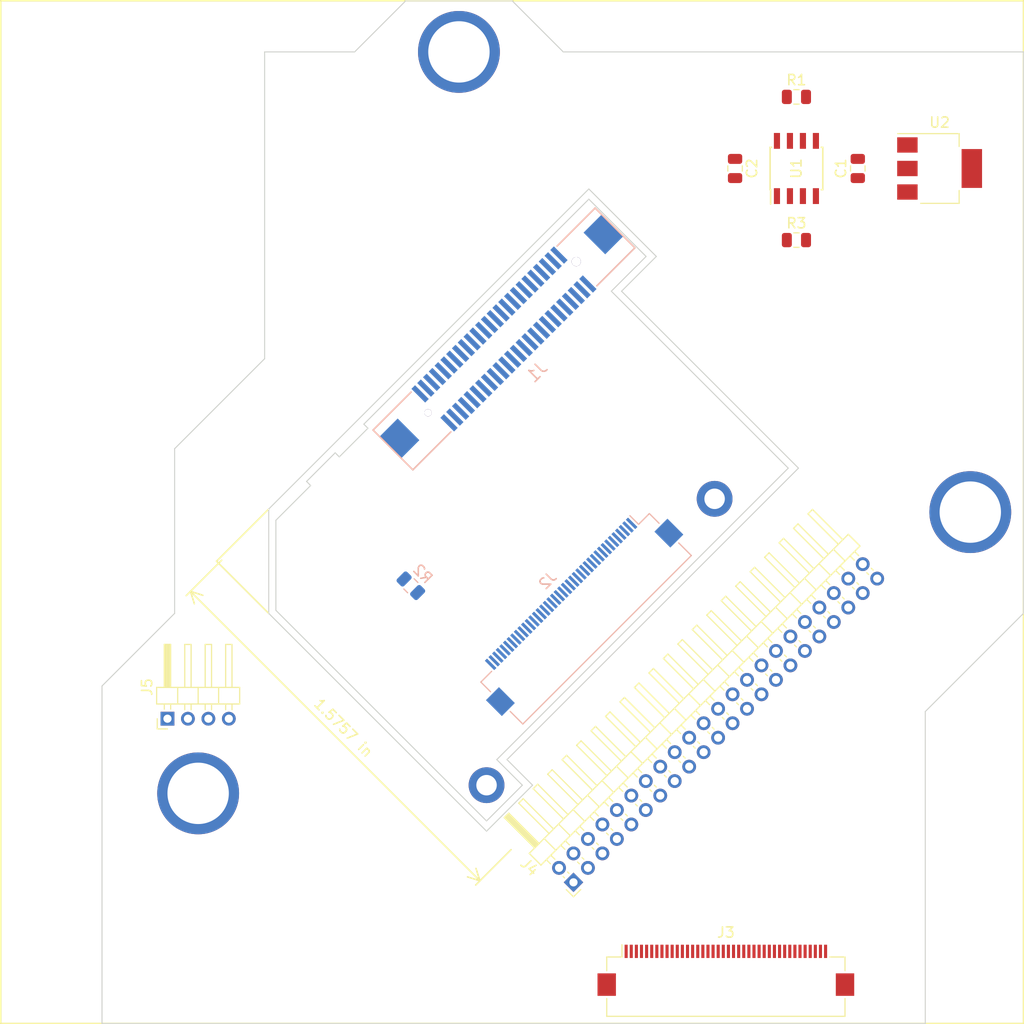
<source format=kicad_pcb>
(kicad_pcb (version 20171130) (host pcbnew "(6.0.0-rc1-dev-990-g0f247264f)")

  (general
    (thickness 1.6)
    (drawings 45)
    (tracks 5)
    (zones 0)
    (modules 12)
    (nets 95)
  )

  (page A4)
  (title_block
    (title sd-rom)
  )

  (layers
    (0 F.Cu signal)
    (31 B.Cu signal)
    (32 B.Adhes user)
    (33 F.Adhes user)
    (34 B.Paste user)
    (35 F.Paste user)
    (36 B.SilkS user)
    (37 F.SilkS user)
    (38 B.Mask user)
    (39 F.Mask user)
    (40 Dwgs.User user)
    (41 Cmts.User user)
    (42 Eco1.User user)
    (43 Eco2.User user)
    (44 Edge.Cuts user)
    (45 Margin user)
    (46 B.CrtYd user)
    (47 F.CrtYd user)
    (48 B.Fab user)
    (49 F.Fab user)
  )

  (setup
    (last_trace_width 0.2)
    (trace_clearance 0.2)
    (zone_clearance 0.508)
    (zone_45_only no)
    (trace_min 0.2)
    (via_size 0.45)
    (via_drill 0.3)
    (via_min_size 0.4)
    (via_min_drill 0.3)
    (uvia_size 0.3)
    (uvia_drill 0.1)
    (uvias_allowed no)
    (uvia_min_size 0.2)
    (uvia_min_drill 0.1)
    (edge_width 0.1)
    (segment_width 0.2)
    (pcb_text_width 0.3)
    (pcb_text_size 1.5 1.5)
    (mod_edge_width 0.15)
    (mod_text_size 1 1)
    (mod_text_width 0.15)
    (pad_size 2 3.8)
    (pad_drill 0)
    (pad_to_mask_clearance 0)
    (solder_mask_min_width 0.25)
    (aux_axis_origin 0 0)
    (visible_elements 7FFFFFFF)
    (pcbplotparams
      (layerselection 0x010fc_ffffffff)
      (usegerberextensions false)
      (usegerberattributes false)
      (usegerberadvancedattributes false)
      (creategerberjobfile false)
      (excludeedgelayer true)
      (linewidth 0.100000)
      (plotframeref false)
      (viasonmask false)
      (mode 1)
      (useauxorigin false)
      (hpglpennumber 1)
      (hpglpenspeed 20)
      (hpglpendiameter 15.000000)
      (psnegative false)
      (psa4output false)
      (plotreference true)
      (plotvalue true)
      (plotinvisibletext false)
      (padsonsilk false)
      (subtractmaskfromsilk false)
      (outputformat 1)
      (mirror false)
      (drillshape 1)
      (scaleselection 1)
      (outputdirectory ""))
  )

  (net 0 "")
  (net 1 "Net-(J1-Pad1)")
  (net 2 "Net-(J1-Pad3)")
  (net 3 "Net-(J1-Pad5)")
  (net 4 "Net-(J1-Pad7)")
  (net 5 "Net-(J1-Pad9)")
  (net 6 "Net-(J1-Pad11)")
  (net 7 "Net-(J1-Pad13)")
  (net 8 "Net-(J1-Pad15)")
  (net 9 "Net-(J1-Pad17)")
  (net 10 "Net-(J1-Pad19)")
  (net 11 "Net-(J1-Pad21)")
  (net 12 "Net-(J1-Pad25)")
  (net 13 "Net-(J1-Pad27)")
  (net 14 "Net-(J1-Pad29)")
  (net 15 "Net-(J1-Pad31)")
  (net 16 "Net-(J1-Pad33)")
  (net 17 "Net-(J1-Pad35)")
  (net 18 "Net-(J1-Pad37)")
  (net 19 "Net-(J1-Pad38)")
  (net 20 "Net-(J1-Pad41)")
  (net 21 "Net-(J1-Pad47)")
  (net 22 "Net-(J1-Pad49)")
  (net 23 "Net-(J1-Pad50)")
  (net 24 "Net-(J1-Pad36)")
  (net 25 "Net-(J1-Pad34)")
  (net 26 "Net-(J1-Pad32)")
  (net 27 "Net-(J1-Pad30)")
  (net 28 "Net-(J1-Pad28)")
  (net 29 "Net-(J1-Pad24)")
  (net 30 "Net-(J1-Pad22)")
  (net 31 "Net-(J1-Pad20)")
  (net 32 "Net-(J1-Pad18)")
  (net 33 "Net-(J1-Pad16)")
  (net 34 "Net-(J1-Pad14)")
  (net 35 "Net-(J1-Pad12)")
  (net 36 "Net-(J1-Pad10)")
  (net 37 "Net-(J1-Pad8)")
  (net 38 "Net-(J1-Pad6)")
  (net 39 "Net-(J1-Pad2)")
  (net 40 "Net-(J2-Pad26)")
  (net 41 "Net-(J2-Pad24)")
  (net 42 "Net-(J2-Pad22)")
  (net 43 "Net-(J3-Pad1)")
  (net 44 "Net-(J3-Pad3)")
  (net 45 "Net-(J3-Pad4)")
  (net 46 "Net-(J3-Pad5)")
  (net 47 "Net-(J3-Pad6)")
  (net 48 "Net-(J3-Pad7)")
  (net 49 "Net-(J3-Pad8)")
  (net 50 "Net-(J3-Pad9)")
  (net 51 "Net-(J3-Pad10)")
  (net 52 "Net-(J3-Pad11)")
  (net 53 "Net-(J3-Pad12)")
  (net 54 "Net-(J3-Pad13)")
  (net 55 "Net-(J3-Pad14)")
  (net 56 "Net-(J3-Pad15)")
  (net 57 "Net-(J3-Pad16)")
  (net 58 "Net-(J3-Pad17)")
  (net 59 "Net-(J3-Pad18)")
  (net 60 "Net-(J3-Pad21)")
  (net 61 "Net-(J3-Pad22)")
  (net 62 "Net-(J3-Pad23)")
  (net 63 "Net-(J3-Pad24)")
  (net 64 "Net-(J3-Pad25)")
  (net 65 "Net-(J3-Pad26)")
  (net 66 "Net-(J3-Pad27)")
  (net 67 "Net-(J3-Pad28)")
  (net 68 "Net-(J3-Pad29)")
  (net 69 "Net-(J3-Pad31)")
  (net 70 "Net-(J3-Pad32)")
  (net 71 "Net-(J3-Pad33)")
  (net 72 "Net-(J3-Pad34)")
  (net 73 "Net-(J3-Pad35)")
  (net 74 "Net-(J3-Pad36)")
  (net 75 "Net-(J3-Pad37)")
  (net 76 "Net-(J3-Pad38)")
  (net 77 "Net-(J3-Pad40)")
  (net 78 "Net-(J4-Pad44)")
  (net 79 "Net-(J4-Pad43)")
  (net 80 "Net-(J4-Pad40)")
  (net 81 "Net-(J4-Pad20)")
  (net 82 GND)
  (net 83 GNDREF)
  (net 84 VCC)
  (net 85 "Net-(J5-Pad1)")
  (net 86 "Net-(J5-Pad3)")
  (net 87 "Net-(U1-Pad3)")
  (net 88 "Net-(U1-Pad1)")
  (net 89 "Net-(C2-Pad1)")
  (net 90 /LedIn)
  (net 91 /Button)
  (net 92 /LedOut)
  (net 93 /Motor)
  (net 94 "Net-(J2-Pad39)")

  (net_class Default "This is the default net class."
    (clearance 0.2)
    (trace_width 0.2)
    (via_dia 0.45)
    (via_drill 0.3)
    (uvia_dia 0.3)
    (uvia_drill 0.1)
    (add_net /Button)
    (add_net /LedIn)
    (add_net /LedOut)
    (add_net /Motor)
    (add_net GND)
    (add_net GNDREF)
    (add_net "Net-(C2-Pad1)")
    (add_net "Net-(J1-Pad1)")
    (add_net "Net-(J1-Pad10)")
    (add_net "Net-(J1-Pad11)")
    (add_net "Net-(J1-Pad12)")
    (add_net "Net-(J1-Pad13)")
    (add_net "Net-(J1-Pad14)")
    (add_net "Net-(J1-Pad15)")
    (add_net "Net-(J1-Pad16)")
    (add_net "Net-(J1-Pad17)")
    (add_net "Net-(J1-Pad18)")
    (add_net "Net-(J1-Pad19)")
    (add_net "Net-(J1-Pad2)")
    (add_net "Net-(J1-Pad20)")
    (add_net "Net-(J1-Pad21)")
    (add_net "Net-(J1-Pad22)")
    (add_net "Net-(J1-Pad24)")
    (add_net "Net-(J1-Pad25)")
    (add_net "Net-(J1-Pad27)")
    (add_net "Net-(J1-Pad28)")
    (add_net "Net-(J1-Pad29)")
    (add_net "Net-(J1-Pad3)")
    (add_net "Net-(J1-Pad30)")
    (add_net "Net-(J1-Pad31)")
    (add_net "Net-(J1-Pad32)")
    (add_net "Net-(J1-Pad33)")
    (add_net "Net-(J1-Pad34)")
    (add_net "Net-(J1-Pad35)")
    (add_net "Net-(J1-Pad36)")
    (add_net "Net-(J1-Pad37)")
    (add_net "Net-(J1-Pad38)")
    (add_net "Net-(J1-Pad41)")
    (add_net "Net-(J1-Pad47)")
    (add_net "Net-(J1-Pad49)")
    (add_net "Net-(J1-Pad5)")
    (add_net "Net-(J1-Pad50)")
    (add_net "Net-(J1-Pad6)")
    (add_net "Net-(J1-Pad7)")
    (add_net "Net-(J1-Pad8)")
    (add_net "Net-(J1-Pad9)")
    (add_net "Net-(J2-Pad22)")
    (add_net "Net-(J2-Pad24)")
    (add_net "Net-(J2-Pad26)")
    (add_net "Net-(J2-Pad39)")
    (add_net "Net-(J3-Pad1)")
    (add_net "Net-(J3-Pad10)")
    (add_net "Net-(J3-Pad11)")
    (add_net "Net-(J3-Pad12)")
    (add_net "Net-(J3-Pad13)")
    (add_net "Net-(J3-Pad14)")
    (add_net "Net-(J3-Pad15)")
    (add_net "Net-(J3-Pad16)")
    (add_net "Net-(J3-Pad17)")
    (add_net "Net-(J3-Pad18)")
    (add_net "Net-(J3-Pad21)")
    (add_net "Net-(J3-Pad22)")
    (add_net "Net-(J3-Pad23)")
    (add_net "Net-(J3-Pad24)")
    (add_net "Net-(J3-Pad25)")
    (add_net "Net-(J3-Pad26)")
    (add_net "Net-(J3-Pad27)")
    (add_net "Net-(J3-Pad28)")
    (add_net "Net-(J3-Pad29)")
    (add_net "Net-(J3-Pad3)")
    (add_net "Net-(J3-Pad31)")
    (add_net "Net-(J3-Pad32)")
    (add_net "Net-(J3-Pad33)")
    (add_net "Net-(J3-Pad34)")
    (add_net "Net-(J3-Pad35)")
    (add_net "Net-(J3-Pad36)")
    (add_net "Net-(J3-Pad37)")
    (add_net "Net-(J3-Pad38)")
    (add_net "Net-(J3-Pad4)")
    (add_net "Net-(J3-Pad40)")
    (add_net "Net-(J3-Pad5)")
    (add_net "Net-(J3-Pad6)")
    (add_net "Net-(J3-Pad7)")
    (add_net "Net-(J3-Pad8)")
    (add_net "Net-(J3-Pad9)")
    (add_net "Net-(J4-Pad20)")
    (add_net "Net-(J4-Pad40)")
    (add_net "Net-(J4-Pad43)")
    (add_net "Net-(J4-Pad44)")
    (add_net "Net-(J5-Pad1)")
    (add_net "Net-(J5-Pad3)")
    (add_net "Net-(U1-Pad1)")
    (add_net "Net-(U1-Pad3)")
    (add_net VCC)
  )

  (module sd-rom:R_0805_2012Metric (layer F.Cu) (tedit 5B36C52B) (tstamp 5BDCAFC3)
    (at 77.8 9.4)
    (descr "Resistor SMD 0805 (2012 Metric), square (rectangular) end terminal, IPC_7351 nominal, (Body size source: https://docs.google.com/spreadsheets/d/1BsfQQcO9C6DZCsRaXUlFlo91Tg2WpOkGARC1WS5S8t0/edit?usp=sharing), generated with kicad-footprint-generator")
    (tags resistor)
    (path /5C421572)
    (attr smd)
    (fp_text reference R1 (at 0 -1.65) (layer F.SilkS)
      (effects (font (size 1 1) (thickness 0.15)))
    )
    (fp_text value 300 (at 0 1.65) (layer F.Fab)
      (effects (font (size 1 1) (thickness 0.15)))
    )
    (fp_line (start -1 0.6) (end -1 -0.6) (layer F.Fab) (width 0.1))
    (fp_line (start -1 -0.6) (end 1 -0.6) (layer F.Fab) (width 0.1))
    (fp_line (start 1 -0.6) (end 1 0.6) (layer F.Fab) (width 0.1))
    (fp_line (start 1 0.6) (end -1 0.6) (layer F.Fab) (width 0.1))
    (fp_line (start -0.258578 -0.71) (end 0.258578 -0.71) (layer F.SilkS) (width 0.12))
    (fp_line (start -0.258578 0.71) (end 0.258578 0.71) (layer F.SilkS) (width 0.12))
    (fp_line (start -1.68 0.95) (end -1.68 -0.95) (layer F.CrtYd) (width 0.05))
    (fp_line (start -1.68 -0.95) (end 1.68 -0.95) (layer F.CrtYd) (width 0.05))
    (fp_line (start 1.68 -0.95) (end 1.68 0.95) (layer F.CrtYd) (width 0.05))
    (fp_line (start 1.68 0.95) (end -1.68 0.95) (layer F.CrtYd) (width 0.05))
    (fp_text user %R (at 0 0) (layer F.Fab)
      (effects (font (size 0.5 0.5) (thickness 0.08)))
    )
    (pad 1 smd roundrect (at -0.9375 0) (size 0.975 1.4) (layers F.Cu F.Paste F.Mask) (roundrect_rratio 0.25)
      (net 86 "Net-(J5-Pad3)"))
    (pad 2 smd roundrect (at 0.9375 0) (size 0.975 1.4) (layers F.Cu F.Paste F.Mask) (roundrect_rratio 0.25)
      (net 92 /LedOut))
    (model ${KISYS3DMOD}/Resistor_SMD.3dshapes/R_0805_2012Metric.wrl
      (at (xyz 0 0 0))
      (scale (xyz 1 1 1))
      (rotate (xyz 0 0 0))
    )
  )

  (module sd-rom:PinHeader_1x04_P2.00mm_Horizontal (layer F.Cu) (tedit 59FED667) (tstamp 5BDCAD3B)
    (at 16.3 70.2 90)
    (descr "Through hole angled pin header, 1x04, 2.00mm pitch, 4.2mm pin length, single row")
    (tags "Through hole angled pin header THT 1x04 2.00mm single row")
    (path /5C12D41B)
    (fp_text reference J5 (at 3.1 -2 90) (layer F.SilkS)
      (effects (font (size 1 1) (thickness 0.15)))
    )
    (fp_text value Conn_01x04_Male (at 3.1 8 90) (layer F.Fab)
      (effects (font (size 1 1) (thickness 0.15)))
    )
    (fp_line (start 1.875 -1) (end 3 -1) (layer F.Fab) (width 0.1))
    (fp_line (start 3 -1) (end 3 7) (layer F.Fab) (width 0.1))
    (fp_line (start 3 7) (end 1.5 7) (layer F.Fab) (width 0.1))
    (fp_line (start 1.5 7) (end 1.5 -0.625) (layer F.Fab) (width 0.1))
    (fp_line (start 1.5 -0.625) (end 1.875 -1) (layer F.Fab) (width 0.1))
    (fp_line (start -0.25 -0.25) (end 1.5 -0.25) (layer F.Fab) (width 0.1))
    (fp_line (start -0.25 -0.25) (end -0.25 0.25) (layer F.Fab) (width 0.1))
    (fp_line (start -0.25 0.25) (end 1.5 0.25) (layer F.Fab) (width 0.1))
    (fp_line (start 3 -0.25) (end 7.2 -0.25) (layer F.Fab) (width 0.1))
    (fp_line (start 7.2 -0.25) (end 7.2 0.25) (layer F.Fab) (width 0.1))
    (fp_line (start 3 0.25) (end 7.2 0.25) (layer F.Fab) (width 0.1))
    (fp_line (start -0.25 1.75) (end 1.5 1.75) (layer F.Fab) (width 0.1))
    (fp_line (start -0.25 1.75) (end -0.25 2.25) (layer F.Fab) (width 0.1))
    (fp_line (start -0.25 2.25) (end 1.5 2.25) (layer F.Fab) (width 0.1))
    (fp_line (start 3 1.75) (end 7.2 1.75) (layer F.Fab) (width 0.1))
    (fp_line (start 7.2 1.75) (end 7.2 2.25) (layer F.Fab) (width 0.1))
    (fp_line (start 3 2.25) (end 7.2 2.25) (layer F.Fab) (width 0.1))
    (fp_line (start -0.25 3.75) (end 1.5 3.75) (layer F.Fab) (width 0.1))
    (fp_line (start -0.25 3.75) (end -0.25 4.25) (layer F.Fab) (width 0.1))
    (fp_line (start -0.25 4.25) (end 1.5 4.25) (layer F.Fab) (width 0.1))
    (fp_line (start 3 3.75) (end 7.2 3.75) (layer F.Fab) (width 0.1))
    (fp_line (start 7.2 3.75) (end 7.2 4.25) (layer F.Fab) (width 0.1))
    (fp_line (start 3 4.25) (end 7.2 4.25) (layer F.Fab) (width 0.1))
    (fp_line (start -0.25 5.75) (end 1.5 5.75) (layer F.Fab) (width 0.1))
    (fp_line (start -0.25 5.75) (end -0.25 6.25) (layer F.Fab) (width 0.1))
    (fp_line (start -0.25 6.25) (end 1.5 6.25) (layer F.Fab) (width 0.1))
    (fp_line (start 3 5.75) (end 7.2 5.75) (layer F.Fab) (width 0.1))
    (fp_line (start 7.2 5.75) (end 7.2 6.25) (layer F.Fab) (width 0.1))
    (fp_line (start 3 6.25) (end 7.2 6.25) (layer F.Fab) (width 0.1))
    (fp_line (start 1.44 -1.06) (end 1.44 7.06) (layer F.SilkS) (width 0.12))
    (fp_line (start 1.44 7.06) (end 3.06 7.06) (layer F.SilkS) (width 0.12))
    (fp_line (start 3.06 7.06) (end 3.06 -1.06) (layer F.SilkS) (width 0.12))
    (fp_line (start 3.06 -1.06) (end 1.44 -1.06) (layer F.SilkS) (width 0.12))
    (fp_line (start 3.06 -0.31) (end 7.26 -0.31) (layer F.SilkS) (width 0.12))
    (fp_line (start 7.26 -0.31) (end 7.26 0.31) (layer F.SilkS) (width 0.12))
    (fp_line (start 7.26 0.31) (end 3.06 0.31) (layer F.SilkS) (width 0.12))
    (fp_line (start 3.06 -0.25) (end 7.26 -0.25) (layer F.SilkS) (width 0.12))
    (fp_line (start 3.06 -0.13) (end 7.26 -0.13) (layer F.SilkS) (width 0.12))
    (fp_line (start 3.06 -0.01) (end 7.26 -0.01) (layer F.SilkS) (width 0.12))
    (fp_line (start 3.06 0.11) (end 7.26 0.11) (layer F.SilkS) (width 0.12))
    (fp_line (start 3.06 0.23) (end 7.26 0.23) (layer F.SilkS) (width 0.12))
    (fp_line (start 0.935 -0.31) (end 1.44 -0.31) (layer F.SilkS) (width 0.12))
    (fp_line (start 0.935 0.31) (end 1.44 0.31) (layer F.SilkS) (width 0.12))
    (fp_line (start 1.44 1) (end 3.06 1) (layer F.SilkS) (width 0.12))
    (fp_line (start 3.06 1.69) (end 7.26 1.69) (layer F.SilkS) (width 0.12))
    (fp_line (start 7.26 1.69) (end 7.26 2.31) (layer F.SilkS) (width 0.12))
    (fp_line (start 7.26 2.31) (end 3.06 2.31) (layer F.SilkS) (width 0.12))
    (fp_line (start 0.882114 1.69) (end 1.44 1.69) (layer F.SilkS) (width 0.12))
    (fp_line (start 0.882114 2.31) (end 1.44 2.31) (layer F.SilkS) (width 0.12))
    (fp_line (start 1.44 3) (end 3.06 3) (layer F.SilkS) (width 0.12))
    (fp_line (start 3.06 3.69) (end 7.26 3.69) (layer F.SilkS) (width 0.12))
    (fp_line (start 7.26 3.69) (end 7.26 4.31) (layer F.SilkS) (width 0.12))
    (fp_line (start 7.26 4.31) (end 3.06 4.31) (layer F.SilkS) (width 0.12))
    (fp_line (start 0.882114 3.69) (end 1.44 3.69) (layer F.SilkS) (width 0.12))
    (fp_line (start 0.882114 4.31) (end 1.44 4.31) (layer F.SilkS) (width 0.12))
    (fp_line (start 1.44 5) (end 3.06 5) (layer F.SilkS) (width 0.12))
    (fp_line (start 3.06 5.69) (end 7.26 5.69) (layer F.SilkS) (width 0.12))
    (fp_line (start 7.26 5.69) (end 7.26 6.31) (layer F.SilkS) (width 0.12))
    (fp_line (start 7.26 6.31) (end 3.06 6.31) (layer F.SilkS) (width 0.12))
    (fp_line (start 0.882114 5.69) (end 1.44 5.69) (layer F.SilkS) (width 0.12))
    (fp_line (start 0.882114 6.31) (end 1.44 6.31) (layer F.SilkS) (width 0.12))
    (fp_line (start -1 0) (end -1 -1) (layer F.SilkS) (width 0.12))
    (fp_line (start -1 -1) (end 0 -1) (layer F.SilkS) (width 0.12))
    (fp_line (start -1.5 -1.5) (end -1.5 7.5) (layer F.CrtYd) (width 0.05))
    (fp_line (start -1.5 7.5) (end 7.7 7.5) (layer F.CrtYd) (width 0.05))
    (fp_line (start 7.7 7.5) (end 7.7 -1.5) (layer F.CrtYd) (width 0.05))
    (fp_line (start 7.7 -1.5) (end -1.5 -1.5) (layer F.CrtYd) (width 0.05))
    (fp_text user %R (at 2.25 3 180) (layer F.Fab)
      (effects (font (size 0.9 0.9) (thickness 0.135)))
    )
    (pad 1 thru_hole rect (at 0 0 90) (size 1.35 1.35) (drill 0.8) (layers *.Cu *.Mask)
      (net 85 "Net-(J5-Pad1)"))
    (pad 2 thru_hole oval (at 0 2 90) (size 1.35 1.35) (drill 0.8) (layers *.Cu *.Mask)
      (net 82 GND))
    (pad 3 thru_hole oval (at 0 4 90) (size 1.35 1.35) (drill 0.8) (layers *.Cu *.Mask)
      (net 86 "Net-(J5-Pad3)"))
    (pad 4 thru_hole oval (at 0 6 90) (size 1.35 1.35) (drill 0.8) (layers *.Cu *.Mask)
      (net 91 /Button))
    (model ${KISYS3DMOD}/Connector_PinHeader_2.00mm.3dshapes/PinHeader_1x04_P2.00mm_Horizontal.wrl
      (at (xyz 0 0 0))
      (scale (xyz 1 1 1))
      (rotate (xyz 0 0 0))
    )
  )

  (module sd-rom:JAE50 (layer B.Cu) (tedit 5BCDDC8E) (tstamp 5BCE5A6A)
    (at 39.8 38.3 225)
    (path /5BCDAAE4)
    (fp_text reference J1 (at -10.35 -7.5 225) (layer B.SilkS)
      (effects (font (size 1.2 1.2) (thickness 0.15)) (justify mirror))
    )
    (fp_text value JAE50 (at -10.35 1.6 225) (layer B.Fab) hide
      (effects (font (size 1.2 1.2) (thickness 0.15)) (justify mirror))
    )
    (fp_line (start -25.7 -0.2) (end -25.7 -5.7) (layer B.SilkS) (width 0.15))
    (fp_line (start -25.7 -5.7) (end -20.45 -5.7) (layer B.SilkS) (width 0.15))
    (fp_line (start 5 -0.199999) (end 5 -5.7) (layer B.SilkS) (width 0.15))
    (fp_line (start 5 -0.199999) (end -0.25 -0.2) (layer B.SilkS) (width 0.15))
    (fp_line (start -20.45 -0.2) (end -25.7 -0.2) (layer B.SilkS) (width 0.15))
    (fp_line (start -0.25 -5.7) (end 5 -5.7) (layer B.SilkS) (width 0.15))
    (pad 1 smd rect (at -19.95 -4.95 225) (size 0.5 1.9) (layers B.Cu B.Paste B.Mask)
      (net 1 "Net-(J1-Pad1)"))
    (pad 3 smd rect (at -19.149999 -4.95 225) (size 0.5 1.9) (layers B.Cu B.Paste B.Mask)
      (net 2 "Net-(J1-Pad3)"))
    (pad 5 smd rect (at -18.35 -4.95 225) (size 0.5 1.9) (layers B.Cu B.Paste B.Mask)
      (net 3 "Net-(J1-Pad5)"))
    (pad 7 smd rect (at -17.55 -4.950001 225) (size 0.5 1.9) (layers B.Cu B.Paste B.Mask)
      (net 4 "Net-(J1-Pad7)"))
    (pad 9 smd rect (at -16.75 -4.95 225) (size 0.5 1.9) (layers B.Cu B.Paste B.Mask)
      (net 5 "Net-(J1-Pad9)"))
    (pad 11 smd rect (at -15.95 -4.95 225) (size 0.5 1.9) (layers B.Cu B.Paste B.Mask)
      (net 6 "Net-(J1-Pad11)"))
    (pad 13 smd rect (at -15.15 -4.95 225) (size 0.5 1.9) (layers B.Cu B.Paste B.Mask)
      (net 7 "Net-(J1-Pad13)"))
    (pad 15 smd rect (at -14.35 -4.95 225) (size 0.5 1.9) (layers B.Cu B.Paste B.Mask)
      (net 8 "Net-(J1-Pad15)"))
    (pad 17 smd rect (at -13.549999 -4.95 225) (size 0.5 1.9) (layers B.Cu B.Paste B.Mask)
      (net 9 "Net-(J1-Pad17)"))
    (pad 19 smd rect (at -12.75 -4.95 225) (size 0.5 1.9) (layers B.Cu B.Paste B.Mask)
      (net 10 "Net-(J1-Pad19)"))
    (pad 21 smd rect (at -11.95 -4.950001 225) (size 0.5 1.9) (layers B.Cu B.Paste B.Mask)
      (net 11 "Net-(J1-Pad21)"))
    (pad 23 smd rect (at -11.15 -4.95 225) (size 0.5 1.9) (layers B.Cu B.Paste B.Mask)
      (net 83 GNDREF))
    (pad 25 smd rect (at -10.35 -4.95 225) (size 0.5 1.9) (layers B.Cu B.Paste B.Mask)
      (net 12 "Net-(J1-Pad25)"))
    (pad 27 smd rect (at -9.55 -4.95 225) (size 0.5 1.9) (layers B.Cu B.Paste B.Mask)
      (net 13 "Net-(J1-Pad27)"))
    (pad 29 smd rect (at -8.75 -4.95 225) (size 0.5 1.9) (layers B.Cu B.Paste B.Mask)
      (net 14 "Net-(J1-Pad29)"))
    (pad 31 smd rect (at -7.949999 -4.95 225) (size 0.5 1.9) (layers B.Cu B.Paste B.Mask)
      (net 15 "Net-(J1-Pad31)"))
    (pad 33 smd rect (at -7.15 -4.95 225) (size 0.5 1.9) (layers B.Cu B.Paste B.Mask)
      (net 16 "Net-(J1-Pad33)"))
    (pad 35 smd rect (at -6.35 -4.950001 225) (size 0.5 1.9) (layers B.Cu B.Paste B.Mask)
      (net 17 "Net-(J1-Pad35)"))
    (pad 37 smd rect (at -5.55 -4.95 225) (size 0.5 1.9) (layers B.Cu B.Paste B.Mask)
      (net 18 "Net-(J1-Pad37)"))
    (pad 39 smd rect (at -4.75 -4.95 225) (size 0.5 1.9) (layers B.Cu B.Paste B.Mask)
      (net 19 "Net-(J1-Pad38)"))
    (pad 41 smd rect (at -3.95 -4.95 225) (size 0.5 1.9) (layers B.Cu B.Paste B.Mask)
      (net 20 "Net-(J1-Pad41)"))
    (pad 43 smd rect (at -3.15 -4.95 225) (size 0.5 1.9) (layers B.Cu B.Paste B.Mask)
      (net 83 GNDREF))
    (pad 45 smd rect (at -2.35 -4.950001 225) (size 0.5 1.9) (layers B.Cu B.Paste B.Mask)
      (net 83 GNDREF))
    (pad 47 smd rect (at -1.55 -4.95 225) (size 0.5 1.9) (layers B.Cu B.Paste B.Mask)
      (net 21 "Net-(J1-Pad47)"))
    (pad 49 smd rect (at -0.750001 -4.95 225) (size 0.5 1.9) (layers B.Cu B.Paste B.Mask)
      (net 22 "Net-(J1-Pad49)"))
    (pad 50 smd rect (at -0.750001 -0.95 225) (size 0.5 1.9) (layers B.Cu B.Paste B.Mask)
      (net 23 "Net-(J1-Pad50)"))
    (pad 48 smd rect (at -1.55 -0.95 225) (size 0.5 1.9) (layers B.Cu B.Paste B.Mask)
      (net 83 GNDREF))
    (pad 46 smd rect (at -2.349999 -0.95 225) (size 0.5 1.9) (layers B.Cu B.Paste B.Mask)
      (net 83 GNDREF))
    (pad 44 smd rect (at -3.15 -0.95 225) (size 0.5 1.9) (layers B.Cu B.Paste B.Mask)
      (net 83 GNDREF))
    (pad 42 smd rect (at -3.95 -0.95 225) (size 0.5 1.9) (layers B.Cu B.Paste B.Mask)
      (net 20 "Net-(J1-Pad41)"))
    (pad 40 smd rect (at -4.75 -0.95 225) (size 0.5 1.9) (layers B.Cu B.Paste B.Mask)
      (net 19 "Net-(J1-Pad38)"))
    (pad 38 smd rect (at -5.55 -0.95 225) (size 0.5 1.9) (layers B.Cu B.Paste B.Mask)
      (net 19 "Net-(J1-Pad38)"))
    (pad 36 smd rect (at -6.350001 -0.95 225) (size 0.5 1.9) (layers B.Cu B.Paste B.Mask)
      (net 24 "Net-(J1-Pad36)"))
    (pad 34 smd rect (at -7.15 -0.95 225) (size 0.5 1.9) (layers B.Cu B.Paste B.Mask)
      (net 25 "Net-(J1-Pad34)"))
    (pad 32 smd rect (at -7.949999 -0.95 225) (size 0.5 1.9) (layers B.Cu B.Paste B.Mask)
      (net 26 "Net-(J1-Pad32)"))
    (pad 30 smd rect (at -8.75 -0.95 225) (size 0.5 1.9) (layers B.Cu B.Paste B.Mask)
      (net 27 "Net-(J1-Pad30)"))
    (pad 28 smd rect (at -9.55 -0.95 225) (size 0.5 1.9) (layers B.Cu B.Paste B.Mask)
      (net 28 "Net-(J1-Pad28)"))
    (pad 26 smd rect (at -10.35 -0.95 225) (size 0.5 1.9) (layers B.Cu B.Paste B.Mask)
      (net 83 GNDREF))
    (pad 24 smd rect (at -11.15 -0.95 225) (size 0.5 1.9) (layers B.Cu B.Paste B.Mask)
      (net 29 "Net-(J1-Pad24)"))
    (pad 22 smd rect (at -11.95 -0.949999 225) (size 0.5 1.9) (layers B.Cu B.Paste B.Mask)
      (net 30 "Net-(J1-Pad22)"))
    (pad 20 smd rect (at -12.75 -0.95 225) (size 0.5 1.9) (layers B.Cu B.Paste B.Mask)
      (net 31 "Net-(J1-Pad20)"))
    (pad 18 smd rect (at -13.549999 -0.95 225) (size 0.5 1.9) (layers B.Cu B.Paste B.Mask)
      (net 32 "Net-(J1-Pad18)"))
    (pad 16 smd rect (at -14.35 -0.95 225) (size 0.5 1.9) (layers B.Cu B.Paste B.Mask)
      (net 33 "Net-(J1-Pad16)"))
    (pad 14 smd rect (at -15.15 -0.95 225) (size 0.5 1.9) (layers B.Cu B.Paste B.Mask)
      (net 34 "Net-(J1-Pad14)"))
    (pad 12 smd rect (at -15.95 -0.95 225) (size 0.5 1.9) (layers B.Cu B.Paste B.Mask)
      (net 35 "Net-(J1-Pad12)"))
    (pad 10 smd rect (at -16.75 -0.95 225) (size 0.5 1.9) (layers B.Cu B.Paste B.Mask)
      (net 36 "Net-(J1-Pad10)"))
    (pad 8 smd rect (at -17.55 -0.949999 225) (size 0.5 1.9) (layers B.Cu B.Paste B.Mask)
      (net 37 "Net-(J1-Pad8)"))
    (pad 6 smd rect (at -18.35 -0.95 225) (size 0.5 1.9) (layers B.Cu B.Paste B.Mask)
      (net 38 "Net-(J1-Pad6)"))
    (pad 4 smd rect (at -19.149999 -0.95 225) (size 0.5 1.9) (layers B.Cu B.Paste B.Mask)
      (net 83 GNDREF))
    (pad 2 smd rect (at -19.95 -0.95 225) (size 0.5 1.9) (layers B.Cu B.Paste B.Mask)
      (net 39 "Net-(J1-Pad2)"))
    (pad "" thru_hole circle (at 0 -2.8 225) (size 0.7 0.7) (drill 0.7) (layers *.Cu *.Mask))
    (pad "" thru_hole circle (at -20.7 -2.6 225) (size 0.9 0.9) (drill 0.9) (layers *.Cu *.Mask))
    (pad "" smd rect (at -24.45 -2.6 225) (size 2.5 3) (layers B.Cu B.Paste B.Mask))
    (pad "" smd rect (at 3.75 -2.6 225) (size 2.5 3) (layers B.Cu B.Paste B.Mask))
  )

  (module sd-rom:Hirose_FH12-40S-0.5SH_1x40-1MP_P0.50mm_Horizontal (layer B.Cu) (tedit 5AEE0F8A) (tstamp 5BCE5999)
    (at 56.1 59.3 225)
    (descr "Molex FH12, FFC/FPC connector, FH12-40S-0.5SH, 40 Pins per row (https://www.hirose.com/product/en/products/FH12/FH12-24S-0.5SH(55)/), generated with kicad-footprint-generator")
    (tags "connector Hirose  top entry")
    (path /5BCDD1AB)
    (attr smd)
    (fp_text reference J2 (at 0 3.7 225) (layer B.SilkS)
      (effects (font (size 1 1) (thickness 0.15)) (justify mirror))
    )
    (fp_text value Conn_01x40 (at 0 -5.6 225) (layer B.Fab) hide
      (effects (font (size 1 1) (thickness 0.15)) (justify mirror))
    )
    (fp_text user %R (at 0 -3.7 225) (layer B.Fab)
      (effects (font (size 1 1) (thickness 0.15)) (justify mirror))
    )
    (fp_line (start 13.05 3) (end -13.05 3) (layer B.CrtYd) (width 0.05))
    (fp_line (start 13.05 -4.9) (end 13.05 3) (layer B.CrtYd) (width 0.05))
    (fp_line (start -13.05 -4.9) (end 13.05 -4.9) (layer B.CrtYd) (width 0.05))
    (fp_line (start -13.05 3) (end -13.05 -4.9) (layer B.CrtYd) (width 0.05))
    (fp_line (start -9.75 0.492893) (end -9.25 1.2) (layer B.Fab) (width 0.1))
    (fp_line (start -10.25 1.200001) (end -9.75 0.492893) (layer B.Fab) (width 0.1))
    (fp_line (start -10.16 1.3) (end -10.16 2.5) (layer B.SilkS) (width 0.12))
    (fp_line (start 11.65 -4.500001) (end 11.65 -2.76) (layer B.SilkS) (width 0.12))
    (fp_line (start -11.65 -4.500001) (end 11.65 -4.500001) (layer B.SilkS) (width 0.12))
    (fp_line (start -11.65 -2.76) (end -11.65 -4.500001) (layer B.SilkS) (width 0.12))
    (fp_line (start 11.65 1.3) (end 11.65 -0.04) (layer B.SilkS) (width 0.12))
    (fp_line (start 10.16 1.3) (end 11.65 1.3) (layer B.SilkS) (width 0.12))
    (fp_line (start -11.65 1.3) (end -11.65 -0.04) (layer B.SilkS) (width 0.12))
    (fp_line (start -10.16 1.3) (end -11.65 1.3) (layer B.SilkS) (width 0.12))
    (fp_line (start 11.45 -4.4) (end 0 -4.4) (layer B.Fab) (width 0.1))
    (fp_line (start 11.450001 -3.7) (end 11.45 -4.4) (layer B.Fab) (width 0.1))
    (fp_line (start 10.95 -3.7) (end 11.450001 -3.7) (layer B.Fab) (width 0.1))
    (fp_line (start 10.95 -3.4) (end 10.95 -3.7) (layer B.Fab) (width 0.1))
    (fp_line (start 11.55 -3.4) (end 10.95 -3.4) (layer B.Fab) (width 0.1))
    (fp_line (start 11.55 1.2) (end 11.55 -3.4) (layer B.Fab) (width 0.1))
    (fp_line (start 0 1.2) (end 11.55 1.2) (layer B.Fab) (width 0.1))
    (fp_line (start -11.45 -4.4) (end 0 -4.4) (layer B.Fab) (width 0.1))
    (fp_line (start -11.450001 -3.7) (end -11.45 -4.4) (layer B.Fab) (width 0.1))
    (fp_line (start -10.95 -3.7) (end -11.450001 -3.7) (layer B.Fab) (width 0.1))
    (fp_line (start -10.95 -3.4) (end -10.95 -3.7) (layer B.Fab) (width 0.1))
    (fp_line (start -11.55 -3.4) (end -10.95 -3.4) (layer B.Fab) (width 0.1))
    (fp_line (start -11.55 1.2) (end -11.55 -3.4) (layer B.Fab) (width 0.1))
    (fp_line (start 0 1.2) (end -11.55 1.2) (layer B.Fab) (width 0.1))
    (pad 40 smd rect (at 9.750001 1.85 225) (size 0.3 1.3) (layers B.Cu B.Paste B.Mask)
      (net 19 "Net-(J1-Pad38)"))
    (pad 39 smd rect (at 9.25 1.85 225) (size 0.3 1.3) (layers B.Cu B.Paste B.Mask)
      (net 94 "Net-(J2-Pad39)"))
    (pad 38 smd rect (at 8.75 1.85 225) (size 0.3 1.3) (layers B.Cu B.Paste B.Mask)
      (net 24 "Net-(J1-Pad36)"))
    (pad 37 smd rect (at 8.249999 1.85 225) (size 0.3 1.3) (layers B.Cu B.Paste B.Mask)
      (net 17 "Net-(J1-Pad35)"))
    (pad 36 smd rect (at 7.75 1.85 225) (size 0.3 1.3) (layers B.Cu B.Paste B.Mask)
      (net 25 "Net-(J1-Pad34)"))
    (pad 35 smd rect (at 7.25 1.85 225) (size 0.3 1.3) (layers B.Cu B.Paste B.Mask)
      (net 16 "Net-(J1-Pad33)"))
    (pad 34 smd rect (at 6.75 1.85 225) (size 0.3 1.3) (layers B.Cu B.Paste B.Mask)
      (net 26 "Net-(J1-Pad32)"))
    (pad 33 smd rect (at 6.25 1.85 225) (size 0.3 1.3) (layers B.Cu B.Paste B.Mask)
      (net 15 "Net-(J1-Pad31)"))
    (pad 32 smd rect (at 5.75 1.850001 225) (size 0.3 1.3) (layers B.Cu B.Paste B.Mask)
      (net 27 "Net-(J1-Pad30)"))
    (pad 31 smd rect (at 5.25 1.85 225) (size 0.3 1.3) (layers B.Cu B.Paste B.Mask)
      (net 14 "Net-(J1-Pad29)"))
    (pad 30 smd rect (at 4.75 1.85 225) (size 0.3 1.3) (layers B.Cu B.Paste B.Mask)
      (net 83 GNDREF))
    (pad 29 smd rect (at 4.25 1.85 225) (size 0.3 1.3) (layers B.Cu B.Paste B.Mask)
      (net 28 "Net-(J1-Pad28)"))
    (pad 28 smd rect (at 3.75 1.85 225) (size 0.3 1.3) (layers B.Cu B.Paste B.Mask)
      (net 21 "Net-(J1-Pad47)"))
    (pad 27 smd rect (at 3.25 1.850001 225) (size 0.3 1.3) (layers B.Cu B.Paste B.Mask)
      (net 13 "Net-(J1-Pad27)"))
    (pad 26 smd rect (at 2.75 1.85 225) (size 0.3 1.3) (layers B.Cu B.Paste B.Mask)
      (net 40 "Net-(J2-Pad26)"))
    (pad 25 smd rect (at 2.25 1.85 225) (size 0.3 1.3) (layers B.Cu B.Paste B.Mask)
      (net 29 "Net-(J1-Pad24)"))
    (pad 24 smd rect (at 1.749999 1.85 225) (size 0.3 1.3) (layers B.Cu B.Paste B.Mask)
      (net 41 "Net-(J2-Pad24)"))
    (pad 23 smd rect (at 1.25 1.85 225) (size 0.3 1.3) (layers B.Cu B.Paste B.Mask)
      (net 12 "Net-(J1-Pad25)"))
    (pad 22 smd rect (at 0.750001 1.85 225) (size 0.3 1.3) (layers B.Cu B.Paste B.Mask)
      (net 42 "Net-(J2-Pad22)"))
    (pad 21 smd rect (at 0.25 1.85 225) (size 0.3 1.3) (layers B.Cu B.Paste B.Mask)
      (net 30 "Net-(J1-Pad22)"))
    (pad 20 smd rect (at -0.25 1.85 225) (size 0.3 1.3) (layers B.Cu B.Paste B.Mask)
      (net 20 "Net-(J1-Pad41)"))
    (pad 19 smd rect (at -0.750001 1.85 225) (size 0.3 1.3) (layers B.Cu B.Paste B.Mask)
      (net 83 GNDREF))
    (pad 18 smd rect (at -1.25 1.85 225) (size 0.3 1.3) (layers B.Cu B.Paste B.Mask)
      (net 31 "Net-(J1-Pad20)"))
    (pad 17 smd rect (at -1.749999 1.85 225) (size 0.3 1.3) (layers B.Cu B.Paste B.Mask)
      (net 11 "Net-(J1-Pad21)"))
    (pad 16 smd rect (at -2.25 1.85 225) (size 0.3 1.3) (layers B.Cu B.Paste B.Mask)
      (net 32 "Net-(J1-Pad18)"))
    (pad 15 smd rect (at -2.75 1.85 225) (size 0.3 1.3) (layers B.Cu B.Paste B.Mask)
      (net 10 "Net-(J1-Pad19)"))
    (pad 14 smd rect (at -3.25 1.850001 225) (size 0.3 1.3) (layers B.Cu B.Paste B.Mask)
      (net 33 "Net-(J1-Pad16)"))
    (pad 13 smd rect (at -3.75 1.85 225) (size 0.3 1.3) (layers B.Cu B.Paste B.Mask)
      (net 9 "Net-(J1-Pad17)"))
    (pad 12 smd rect (at -4.25 1.85 225) (size 0.3 1.3) (layers B.Cu B.Paste B.Mask)
      (net 34 "Net-(J1-Pad14)"))
    (pad 11 smd rect (at -4.75 1.85 225) (size 0.3 1.3) (layers B.Cu B.Paste B.Mask)
      (net 8 "Net-(J1-Pad15)"))
    (pad 10 smd rect (at -5.25 1.85 225) (size 0.3 1.3) (layers B.Cu B.Paste B.Mask)
      (net 35 "Net-(J1-Pad12)"))
    (pad 9 smd rect (at -5.75 1.850001 225) (size 0.3 1.3) (layers B.Cu B.Paste B.Mask)
      (net 7 "Net-(J1-Pad13)"))
    (pad 8 smd rect (at -6.25 1.85 225) (size 0.3 1.3) (layers B.Cu B.Paste B.Mask)
      (net 36 "Net-(J1-Pad10)"))
    (pad 7 smd rect (at -6.75 1.85 225) (size 0.3 1.3) (layers B.Cu B.Paste B.Mask)
      (net 6 "Net-(J1-Pad11)"))
    (pad 6 smd rect (at -7.25 1.85 225) (size 0.3 1.3) (layers B.Cu B.Paste B.Mask)
      (net 37 "Net-(J1-Pad8)"))
    (pad 5 smd rect (at -7.75 1.85 225) (size 0.3 1.3) (layers B.Cu B.Paste B.Mask)
      (net 5 "Net-(J1-Pad9)"))
    (pad 4 smd rect (at -8.249999 1.85 225) (size 0.3 1.3) (layers B.Cu B.Paste B.Mask)
      (net 38 "Net-(J1-Pad6)"))
    (pad 3 smd rect (at -8.75 1.85 225) (size 0.3 1.3) (layers B.Cu B.Paste B.Mask)
      (net 4 "Net-(J1-Pad7)"))
    (pad 2 smd rect (at -9.25 1.85 225) (size 0.3 1.3) (layers B.Cu B.Paste B.Mask)
      (net 83 GNDREF))
    (pad 1 smd rect (at -9.750001 1.85 225) (size 0.3 1.3) (layers B.Cu B.Paste B.Mask)
      (net 3 "Net-(J1-Pad5)"))
    (pad MP smd rect (at -11.65 -1.399999 225) (size 1.8 2.2) (layers B.Cu B.Paste B.Mask))
    (pad MP smd rect (at 11.65 -1.399999 225) (size 1.8 2.2) (layers B.Cu B.Paste B.Mask))
    (model ${KISYS3DMOD}/Connector_FFC-FPC.3dshapes/Hirose_FH12-40S-0.5SH_1x40-1MP_P0.50mm_Horizontal.wrl
      (at (xyz 0 0 0))
      (scale (xyz 1 1 1))
      (rotate (xyz 0 0 0))
    )
  )

  (module sd-rom:Hirose_FH12-40S-0.5SH_1x40-1MP_P0.50mm_Horizontal (layer F.Cu) (tedit 5AEE0F8A) (tstamp 5BDAF980)
    (at 70.9 94.8)
    (descr "Molex FH12, FFC/FPC connector, FH12-40S-0.5SH, 40 Pins per row (https://www.hirose.com/product/en/products/FH12/FH12-24S-0.5SH(55)/), generated with kicad-footprint-generator")
    (tags "connector Hirose  top entry")
    (path /5BCDFD8C)
    (attr smd)
    (fp_text reference J3 (at 0 -3.7) (layer F.SilkS)
      (effects (font (size 1 1) (thickness 0.15)))
    )
    (fp_text value Conn_01x40 (at 0 5.6) (layer F.Fab) hide
      (effects (font (size 1 1) (thickness 0.15)))
    )
    (fp_line (start 0 -1.2) (end -11.55 -1.2) (layer F.Fab) (width 0.1))
    (fp_line (start -11.55 -1.2) (end -11.55 3.4) (layer F.Fab) (width 0.1))
    (fp_line (start -11.55 3.4) (end -10.95 3.4) (layer F.Fab) (width 0.1))
    (fp_line (start -10.95 3.4) (end -10.95 3.7) (layer F.Fab) (width 0.1))
    (fp_line (start -10.95 3.7) (end -11.45 3.7) (layer F.Fab) (width 0.1))
    (fp_line (start -11.45 3.7) (end -11.45 4.4) (layer F.Fab) (width 0.1))
    (fp_line (start -11.45 4.4) (end 0 4.4) (layer F.Fab) (width 0.1))
    (fp_line (start 0 -1.2) (end 11.55 -1.2) (layer F.Fab) (width 0.1))
    (fp_line (start 11.55 -1.2) (end 11.55 3.4) (layer F.Fab) (width 0.1))
    (fp_line (start 11.55 3.4) (end 10.95 3.4) (layer F.Fab) (width 0.1))
    (fp_line (start 10.95 3.4) (end 10.95 3.7) (layer F.Fab) (width 0.1))
    (fp_line (start 10.95 3.7) (end 11.45 3.7) (layer F.Fab) (width 0.1))
    (fp_line (start 11.45 3.7) (end 11.45 4.4) (layer F.Fab) (width 0.1))
    (fp_line (start 11.45 4.4) (end 0 4.4) (layer F.Fab) (width 0.1))
    (fp_line (start -10.16 -1.3) (end -11.65 -1.3) (layer F.SilkS) (width 0.12))
    (fp_line (start -11.65 -1.3) (end -11.65 0.04) (layer F.SilkS) (width 0.12))
    (fp_line (start 10.16 -1.3) (end 11.65 -1.3) (layer F.SilkS) (width 0.12))
    (fp_line (start 11.65 -1.3) (end 11.65 0.04) (layer F.SilkS) (width 0.12))
    (fp_line (start -11.65 2.76) (end -11.65 4.5) (layer F.SilkS) (width 0.12))
    (fp_line (start -11.65 4.5) (end 11.65 4.5) (layer F.SilkS) (width 0.12))
    (fp_line (start 11.65 4.5) (end 11.65 2.76) (layer F.SilkS) (width 0.12))
    (fp_line (start -10.16 -1.3) (end -10.16 -2.5) (layer F.SilkS) (width 0.12))
    (fp_line (start -10.25 -1.2) (end -9.75 -0.492893) (layer F.Fab) (width 0.1))
    (fp_line (start -9.75 -0.492893) (end -9.25 -1.2) (layer F.Fab) (width 0.1))
    (fp_line (start -13.05 -3) (end -13.05 4.9) (layer F.CrtYd) (width 0.05))
    (fp_line (start -13.05 4.9) (end 13.05 4.9) (layer F.CrtYd) (width 0.05))
    (fp_line (start 13.05 4.9) (end 13.05 -3) (layer F.CrtYd) (width 0.05))
    (fp_line (start 13.05 -3) (end -13.05 -3) (layer F.CrtYd) (width 0.05))
    (fp_text user %R (at 0 3.7) (layer F.Fab)
      (effects (font (size 1 1) (thickness 0.15)))
    )
    (pad MP smd rect (at 11.65 1.4) (size 1.8 2.2) (layers F.Cu F.Paste F.Mask))
    (pad MP smd rect (at -11.65 1.4) (size 1.8 2.2) (layers F.Cu F.Paste F.Mask))
    (pad 1 smd rect (at -9.75 -1.85) (size 0.3 1.3) (layers F.Cu F.Paste F.Mask)
      (net 43 "Net-(J3-Pad1)"))
    (pad 2 smd rect (at -9.25 -1.85) (size 0.3 1.3) (layers F.Cu F.Paste F.Mask)
      (net 82 GND))
    (pad 3 smd rect (at -8.75 -1.85) (size 0.3 1.3) (layers F.Cu F.Paste F.Mask)
      (net 44 "Net-(J3-Pad3)"))
    (pad 4 smd rect (at -8.25 -1.85) (size 0.3 1.3) (layers F.Cu F.Paste F.Mask)
      (net 45 "Net-(J3-Pad4)"))
    (pad 5 smd rect (at -7.75 -1.85) (size 0.3 1.3) (layers F.Cu F.Paste F.Mask)
      (net 46 "Net-(J3-Pad5)"))
    (pad 6 smd rect (at -7.25 -1.85) (size 0.3 1.3) (layers F.Cu F.Paste F.Mask)
      (net 47 "Net-(J3-Pad6)"))
    (pad 7 smd rect (at -6.75 -1.85) (size 0.3 1.3) (layers F.Cu F.Paste F.Mask)
      (net 48 "Net-(J3-Pad7)"))
    (pad 8 smd rect (at -6.25 -1.85) (size 0.3 1.3) (layers F.Cu F.Paste F.Mask)
      (net 49 "Net-(J3-Pad8)"))
    (pad 9 smd rect (at -5.75 -1.85) (size 0.3 1.3) (layers F.Cu F.Paste F.Mask)
      (net 50 "Net-(J3-Pad9)"))
    (pad 10 smd rect (at -5.25 -1.85) (size 0.3 1.3) (layers F.Cu F.Paste F.Mask)
      (net 51 "Net-(J3-Pad10)"))
    (pad 11 smd rect (at -4.75 -1.85) (size 0.3 1.3) (layers F.Cu F.Paste F.Mask)
      (net 52 "Net-(J3-Pad11)"))
    (pad 12 smd rect (at -4.25 -1.85) (size 0.3 1.3) (layers F.Cu F.Paste F.Mask)
      (net 53 "Net-(J3-Pad12)"))
    (pad 13 smd rect (at -3.75 -1.85) (size 0.3 1.3) (layers F.Cu F.Paste F.Mask)
      (net 54 "Net-(J3-Pad13)"))
    (pad 14 smd rect (at -3.25 -1.85) (size 0.3 1.3) (layers F.Cu F.Paste F.Mask)
      (net 55 "Net-(J3-Pad14)"))
    (pad 15 smd rect (at -2.75 -1.85) (size 0.3 1.3) (layers F.Cu F.Paste F.Mask)
      (net 56 "Net-(J3-Pad15)"))
    (pad 16 smd rect (at -2.25 -1.85) (size 0.3 1.3) (layers F.Cu F.Paste F.Mask)
      (net 57 "Net-(J3-Pad16)"))
    (pad 17 smd rect (at -1.75 -1.85) (size 0.3 1.3) (layers F.Cu F.Paste F.Mask)
      (net 58 "Net-(J3-Pad17)"))
    (pad 18 smd rect (at -1.25 -1.85) (size 0.3 1.3) (layers F.Cu F.Paste F.Mask)
      (net 59 "Net-(J3-Pad18)"))
    (pad 19 smd rect (at -0.75 -1.85) (size 0.3 1.3) (layers F.Cu F.Paste F.Mask)
      (net 82 GND))
    (pad 20 smd rect (at -0.25 -1.85) (size 0.3 1.3) (layers F.Cu F.Paste F.Mask)
      (net 84 VCC))
    (pad 21 smd rect (at 0.25 -1.85) (size 0.3 1.3) (layers F.Cu F.Paste F.Mask)
      (net 60 "Net-(J3-Pad21)"))
    (pad 22 smd rect (at 0.75 -1.85) (size 0.3 1.3) (layers F.Cu F.Paste F.Mask)
      (net 61 "Net-(J3-Pad22)"))
    (pad 23 smd rect (at 1.25 -1.85) (size 0.3 1.3) (layers F.Cu F.Paste F.Mask)
      (net 62 "Net-(J3-Pad23)"))
    (pad 24 smd rect (at 1.75 -1.85) (size 0.3 1.3) (layers F.Cu F.Paste F.Mask)
      (net 63 "Net-(J3-Pad24)"))
    (pad 25 smd rect (at 2.25 -1.85) (size 0.3 1.3) (layers F.Cu F.Paste F.Mask)
      (net 64 "Net-(J3-Pad25)"))
    (pad 26 smd rect (at 2.75 -1.85) (size 0.3 1.3) (layers F.Cu F.Paste F.Mask)
      (net 65 "Net-(J3-Pad26)"))
    (pad 27 smd rect (at 3.25 -1.85) (size 0.3 1.3) (layers F.Cu F.Paste F.Mask)
      (net 66 "Net-(J3-Pad27)"))
    (pad 28 smd rect (at 3.75 -1.85) (size 0.3 1.3) (layers F.Cu F.Paste F.Mask)
      (net 67 "Net-(J3-Pad28)"))
    (pad 29 smd rect (at 4.25 -1.85) (size 0.3 1.3) (layers F.Cu F.Paste F.Mask)
      (net 68 "Net-(J3-Pad29)"))
    (pad 30 smd rect (at 4.75 -1.85) (size 0.3 1.3) (layers F.Cu F.Paste F.Mask)
      (net 82 GND))
    (pad 31 smd rect (at 5.25 -1.85) (size 0.3 1.3) (layers F.Cu F.Paste F.Mask)
      (net 69 "Net-(J3-Pad31)"))
    (pad 32 smd rect (at 5.75 -1.85) (size 0.3 1.3) (layers F.Cu F.Paste F.Mask)
      (net 70 "Net-(J3-Pad32)"))
    (pad 33 smd rect (at 6.25 -1.85) (size 0.3 1.3) (layers F.Cu F.Paste F.Mask)
      (net 71 "Net-(J3-Pad33)"))
    (pad 34 smd rect (at 6.75 -1.85) (size 0.3 1.3) (layers F.Cu F.Paste F.Mask)
      (net 72 "Net-(J3-Pad34)"))
    (pad 35 smd rect (at 7.25 -1.85) (size 0.3 1.3) (layers F.Cu F.Paste F.Mask)
      (net 73 "Net-(J3-Pad35)"))
    (pad 36 smd rect (at 7.75 -1.85) (size 0.3 1.3) (layers F.Cu F.Paste F.Mask)
      (net 74 "Net-(J3-Pad36)"))
    (pad 37 smd rect (at 8.25 -1.85) (size 0.3 1.3) (layers F.Cu F.Paste F.Mask)
      (net 75 "Net-(J3-Pad37)"))
    (pad 38 smd rect (at 8.75 -1.85) (size 0.3 1.3) (layers F.Cu F.Paste F.Mask)
      (net 76 "Net-(J3-Pad38)"))
    (pad 39 smd rect (at 9.25 -1.85) (size 0.3 1.3) (layers F.Cu F.Paste F.Mask)
      (net 90 /LedIn))
    (pad 40 smd rect (at 9.75 -1.85) (size 0.3 1.3) (layers F.Cu F.Paste F.Mask)
      (net 77 "Net-(J3-Pad40)"))
    (model ${KISYS3DMOD}/Connector_FFC-FPC.3dshapes/Hirose_FH12-40S-0.5SH_1x40-1MP_P0.50mm_Horizontal.wrl
      (at (xyz 0 0 0))
      (scale (xyz 1 1 1))
      (rotate (xyz 0 0 0))
    )
  )

  (module sd-rom:PinHeader_2x22_P2.00mm_Horizontal (layer F.Cu) (tedit 59FED667) (tstamp 5BDAFB8B)
    (at 56 86.2 135)
    (descr "Through hole angled pin header, 2x22, 2.00mm pitch, 4.2mm pin length, double rows")
    (tags "Through hole angled pin header THT 2x22 2.00mm double row")
    (path /5BCDB6E2)
    (fp_text reference J4 (at 4.1 -2 135) (layer F.SilkS)
      (effects (font (size 1 1) (thickness 0.15)))
    )
    (fp_text value SD44 (at 4.1 44 135) (layer F.Fab)
      (effects (font (size 1 1) (thickness 0.15)))
    )
    (fp_line (start 3.875 -1) (end 5 -1) (layer F.Fab) (width 0.1))
    (fp_line (start 5 -1) (end 4.999999 43) (layer F.Fab) (width 0.1))
    (fp_line (start 4.999999 43) (end 3.5 43) (layer F.Fab) (width 0.1))
    (fp_line (start 3.5 43) (end 3.5 -0.625) (layer F.Fab) (width 0.1))
    (fp_line (start 3.5 -0.625) (end 3.875 -1) (layer F.Fab) (width 0.1))
    (fp_line (start -0.25 -0.25) (end 3.5 -0.25) (layer F.Fab) (width 0.1))
    (fp_line (start -0.25 -0.25) (end -0.25 0.25) (layer F.Fab) (width 0.1))
    (fp_line (start -0.25 0.25) (end 3.5 0.25) (layer F.Fab) (width 0.1))
    (fp_line (start 5 -0.25) (end 9.2 -0.25) (layer F.Fab) (width 0.1))
    (fp_line (start 9.2 -0.25) (end 9.2 0.25) (layer F.Fab) (width 0.1))
    (fp_line (start 5 0.25) (end 9.2 0.25) (layer F.Fab) (width 0.1))
    (fp_line (start -0.25 1.75) (end 3.5 1.75) (layer F.Fab) (width 0.1))
    (fp_line (start -0.25 1.75) (end -0.25 2.25) (layer F.Fab) (width 0.1))
    (fp_line (start -0.25 2.25) (end 3.5 2.25) (layer F.Fab) (width 0.1))
    (fp_line (start 5 1.75) (end 9.2 1.749999) (layer F.Fab) (width 0.1))
    (fp_line (start 9.2 1.749999) (end 9.2 2.25) (layer F.Fab) (width 0.1))
    (fp_line (start 5 2.25) (end 9.2 2.25) (layer F.Fab) (width 0.1))
    (fp_line (start -0.25 3.75) (end 3.5 3.75) (layer F.Fab) (width 0.1))
    (fp_line (start -0.25 3.75) (end -0.25 4.25) (layer F.Fab) (width 0.1))
    (fp_line (start -0.25 4.25) (end 3.5 4.25) (layer F.Fab) (width 0.1))
    (fp_line (start 4.999999 3.75) (end 9.2 3.75) (layer F.Fab) (width 0.1))
    (fp_line (start 9.2 3.75) (end 9.2 4.25) (layer F.Fab) (width 0.1))
    (fp_line (start 5 4.25) (end 9.2 4.25) (layer F.Fab) (width 0.1))
    (fp_line (start -0.25 5.75) (end 3.5 5.75) (layer F.Fab) (width 0.1))
    (fp_line (start -0.25 5.75) (end -0.25 6.25) (layer F.Fab) (width 0.1))
    (fp_line (start -0.25 6.25) (end 3.5 6.25) (layer F.Fab) (width 0.1))
    (fp_line (start 5 5.75) (end 9.199999 5.75) (layer F.Fab) (width 0.1))
    (fp_line (start 9.199999 5.75) (end 9.2 6.25) (layer F.Fab) (width 0.1))
    (fp_line (start 5 6.249999) (end 9.2 6.25) (layer F.Fab) (width 0.1))
    (fp_line (start -0.25 7.75) (end 3.5 7.75) (layer F.Fab) (width 0.1))
    (fp_line (start -0.25 7.75) (end -0.25 8.25) (layer F.Fab) (width 0.1))
    (fp_line (start -0.25 8.25) (end 3.5 8.25) (layer F.Fab) (width 0.1))
    (fp_line (start 4.999999 7.75) (end 9.2 7.75) (layer F.Fab) (width 0.1))
    (fp_line (start 9.2 7.75) (end 9.199999 8.25) (layer F.Fab) (width 0.1))
    (fp_line (start 5 8.25) (end 9.199999 8.25) (layer F.Fab) (width 0.1))
    (fp_line (start -0.25 9.75) (end 3.5 9.75) (layer F.Fab) (width 0.1))
    (fp_line (start -0.25 9.75) (end -0.25 10.25) (layer F.Fab) (width 0.1))
    (fp_line (start -0.25 10.25) (end 3.5 10.25) (layer F.Fab) (width 0.1))
    (fp_line (start 5 9.75) (end 9.2 9.750001) (layer F.Fab) (width 0.1))
    (fp_line (start 9.2 9.750001) (end 9.2 10.25) (layer F.Fab) (width 0.1))
    (fp_line (start 4.999999 10.25) (end 9.2 10.25) (layer F.Fab) (width 0.1))
    (fp_line (start -0.25 11.75) (end 3.5 11.75) (layer F.Fab) (width 0.1))
    (fp_line (start -0.25 11.75) (end -0.25 12.25) (layer F.Fab) (width 0.1))
    (fp_line (start -0.25 12.25) (end 3.5 12.25) (layer F.Fab) (width 0.1))
    (fp_line (start 5 11.75) (end 9.2 11.75) (layer F.Fab) (width 0.1))
    (fp_line (start 9.2 11.75) (end 9.199999 12.25) (layer F.Fab) (width 0.1))
    (fp_line (start 5 12.25) (end 9.199999 12.25) (layer F.Fab) (width 0.1))
    (fp_line (start -0.25 13.75) (end 3.5 13.75) (layer F.Fab) (width 0.1))
    (fp_line (start -0.25 13.75) (end -0.25 14.25) (layer F.Fab) (width 0.1))
    (fp_line (start -0.25 14.25) (end 3.5 14.25) (layer F.Fab) (width 0.1))
    (fp_line (start 5 13.75) (end 9.2 13.75) (layer F.Fab) (width 0.1))
    (fp_line (start 9.2 13.75) (end 9.2 14.25) (layer F.Fab) (width 0.1))
    (fp_line (start 5 14.250001) (end 9.2 14.25) (layer F.Fab) (width 0.1))
    (fp_line (start -0.25 15.75) (end 3.5 15.75) (layer F.Fab) (width 0.1))
    (fp_line (start -0.25 15.75) (end -0.25 16.25) (layer F.Fab) (width 0.1))
    (fp_line (start -0.25 16.25) (end 3.5 16.25) (layer F.Fab) (width 0.1))
    (fp_line (start 5 15.75) (end 9.2 15.75) (layer F.Fab) (width 0.1))
    (fp_line (start 9.2 15.75) (end 9.2 16.25) (layer F.Fab) (width 0.1))
    (fp_line (start 5 16.25) (end 9.2 16.25) (layer F.Fab) (width 0.1))
    (fp_line (start -0.25 17.75) (end 3.5 17.75) (layer F.Fab) (width 0.1))
    (fp_line (start -0.25 17.75) (end -0.25 18.25) (layer F.Fab) (width 0.1))
    (fp_line (start -0.25 18.25) (end 3.5 18.25) (layer F.Fab) (width 0.1))
    (fp_line (start 5 17.749999) (end 9.2 17.75) (layer F.Fab) (width 0.1))
    (fp_line (start 9.2 17.75) (end 9.2 18.25) (layer F.Fab) (width 0.1))
    (fp_line (start 5 18.25) (end 9.2 18.25) (layer F.Fab) (width 0.1))
    (fp_line (start -0.25 19.75) (end 3.5 19.75) (layer F.Fab) (width 0.1))
    (fp_line (start -0.25 19.75) (end -0.25 20.25) (layer F.Fab) (width 0.1))
    (fp_line (start -0.25 20.25) (end 3.5 20.25) (layer F.Fab) (width 0.1))
    (fp_line (start 5 19.75) (end 9.199999 19.75) (layer F.Fab) (width 0.1))
    (fp_line (start 9.199999 19.75) (end 9.2 20.25) (layer F.Fab) (width 0.1))
    (fp_line (start 5 20.25) (end 9.2 20.25) (layer F.Fab) (width 0.1))
    (fp_line (start -0.25 21.75) (end 3.5 21.75) (layer F.Fab) (width 0.1))
    (fp_line (start -0.25 21.75) (end -0.25 22.25) (layer F.Fab) (width 0.1))
    (fp_line (start -0.25 22.25) (end 3.5 22.25) (layer F.Fab) (width 0.1))
    (fp_line (start 4.999999 21.75) (end 9.2 21.75) (layer F.Fab) (width 0.1))
    (fp_line (start 9.2 21.75) (end 9.2 22.249999) (layer F.Fab) (width 0.1))
    (fp_line (start 5 22.25) (end 9.2 22.249999) (layer F.Fab) (width 0.1))
    (fp_line (start -0.25 23.75) (end 3.5 23.75) (layer F.Fab) (width 0.1))
    (fp_line (start -0.25 23.75) (end -0.25 24.25) (layer F.Fab) (width 0.1))
    (fp_line (start -0.25 24.25) (end 3.5 24.25) (layer F.Fab) (width 0.1))
    (fp_line (start 5 23.75) (end 9.199999 23.75) (layer F.Fab) (width 0.1))
    (fp_line (start 9.199999 23.75) (end 9.2 24.25) (layer F.Fab) (width 0.1))
    (fp_line (start 4.999999 24.25) (end 9.2 24.25) (layer F.Fab) (width 0.1))
    (fp_line (start -0.25 25.75) (end 3.5 25.75) (layer F.Fab) (width 0.1))
    (fp_line (start -0.25 25.75) (end -0.25 26.25) (layer F.Fab) (width 0.1))
    (fp_line (start -0.25 26.25) (end 3.5 26.25) (layer F.Fab) (width 0.1))
    (fp_line (start 5 25.750001) (end 9.2 25.75) (layer F.Fab) (width 0.1))
    (fp_line (start 9.2 25.75) (end 9.199999 26.25) (layer F.Fab) (width 0.1))
    (fp_line (start 5 26.25) (end 9.199999 26.25) (layer F.Fab) (width 0.1))
    (fp_line (start -0.25 27.75) (end 3.5 27.75) (layer F.Fab) (width 0.1))
    (fp_line (start -0.25 27.75) (end -0.25 28.25) (layer F.Fab) (width 0.1))
    (fp_line (start -0.25 28.25) (end 3.5 28.25) (layer F.Fab) (width 0.1))
    (fp_line (start 5 27.75) (end 9.2 27.75) (layer F.Fab) (width 0.1))
    (fp_line (start 9.2 27.75) (end 9.2 28.25) (layer F.Fab) (width 0.1))
    (fp_line (start 4.999999 28.25) (end 9.2 28.25) (layer F.Fab) (width 0.1))
    (fp_line (start -0.25 29.75) (end 3.5 29.75) (layer F.Fab) (width 0.1))
    (fp_line (start -0.25 29.75) (end -0.25 30.25) (layer F.Fab) (width 0.1))
    (fp_line (start -0.25 30.25) (end 3.5 30.25) (layer F.Fab) (width 0.1))
    (fp_line (start 5 29.75) (end 9.2 29.75) (layer F.Fab) (width 0.1))
    (fp_line (start 9.2 29.75) (end 9.2 30.250001) (layer F.Fab) (width 0.1))
    (fp_line (start 5 30.25) (end 9.2 30.250001) (layer F.Fab) (width 0.1))
    (fp_line (start -0.25 31.75) (end 3.5 31.75) (layer F.Fab) (width 0.1))
    (fp_line (start -0.25 31.75) (end -0.25 32.25) (layer F.Fab) (width 0.1))
    (fp_line (start -0.25 32.25) (end 3.5 32.25) (layer F.Fab) (width 0.1))
    (fp_line (start 5 31.75) (end 9.2 31.75) (layer F.Fab) (width 0.1))
    (fp_line (start 9.2 31.75) (end 9.2 32.25) (layer F.Fab) (width 0.1))
    (fp_line (start 5 32.25) (end 9.2 32.25) (layer F.Fab) (width 0.1))
    (fp_line (start -0.25 33.75) (end 3.5 33.75) (layer F.Fab) (width 0.1))
    (fp_line (start -0.25 33.75) (end -0.25 34.25) (layer F.Fab) (width 0.1))
    (fp_line (start -0.25 34.25) (end 3.5 34.25) (layer F.Fab) (width 0.1))
    (fp_line (start 5 33.75) (end 9.2 33.749999) (layer F.Fab) (width 0.1))
    (fp_line (start 9.2 33.749999) (end 9.2 34.25) (layer F.Fab) (width 0.1))
    (fp_line (start 5 34.25) (end 9.2 34.25) (layer F.Fab) (width 0.1))
    (fp_line (start -0.25 35.75) (end 3.5 35.75) (layer F.Fab) (width 0.1))
    (fp_line (start -0.25 35.75) (end -0.25 36.25) (layer F.Fab) (width 0.1))
    (fp_line (start -0.25 36.25) (end 3.5 36.25) (layer F.Fab) (width 0.1))
    (fp_line (start 4.999999 35.75) (end 9.2 35.75) (layer F.Fab) (width 0.1))
    (fp_line (start 9.2 35.75) (end 9.2 36.25) (layer F.Fab) (width 0.1))
    (fp_line (start 5 36.25) (end 9.2 36.25) (layer F.Fab) (width 0.1))
    (fp_line (start -0.25 37.75) (end 3.5 37.75) (layer F.Fab) (width 0.1))
    (fp_line (start -0.25 37.75) (end -0.25 38.25) (layer F.Fab) (width 0.1))
    (fp_line (start -0.25 38.25) (end 3.5 38.25) (layer F.Fab) (width 0.1))
    (fp_line (start 5 37.75) (end 9.199999 37.75) (layer F.Fab) (width 0.1))
    (fp_line (start 9.199999 37.75) (end 9.2 38.25) (layer F.Fab) (width 0.1))
    (fp_line (start 5 38.249999) (end 9.2 38.25) (layer F.Fab) (width 0.1))
    (fp_line (start -0.25 39.75) (end 3.5 39.75) (layer F.Fab) (width 0.1))
    (fp_line (start -0.25 39.75) (end -0.25 40.25) (layer F.Fab) (width 0.1))
    (fp_line (start -0.25 40.25) (end 3.5 40.25) (layer F.Fab) (width 0.1))
    (fp_line (start 4.999999 39.75) (end 9.2 39.75) (layer F.Fab) (width 0.1))
    (fp_line (start 9.2 39.75) (end 9.199999 40.25) (layer F.Fab) (width 0.1))
    (fp_line (start 5 40.25) (end 9.199999 40.25) (layer F.Fab) (width 0.1))
    (fp_line (start -0.25 41.75) (end 3.5 41.75) (layer F.Fab) (width 0.1))
    (fp_line (start -0.25 41.75) (end -0.25 42.25) (layer F.Fab) (width 0.1))
    (fp_line (start -0.25 42.25) (end 3.5 42.25) (layer F.Fab) (width 0.1))
    (fp_line (start 5 41.75) (end 9.2 41.750001) (layer F.Fab) (width 0.1))
    (fp_line (start 9.2 41.750001) (end 9.2 42.25) (layer F.Fab) (width 0.1))
    (fp_line (start 4.999999 42.25) (end 9.2 42.25) (layer F.Fab) (width 0.1))
    (fp_line (start 3.44 -1.06) (end 3.44 43.06) (layer F.SilkS) (width 0.12))
    (fp_line (start 3.44 43.06) (end 5.06 43.06) (layer F.SilkS) (width 0.12))
    (fp_line (start 5.06 43.06) (end 5.06 -1.06) (layer F.SilkS) (width 0.12))
    (fp_line (start 5.06 -1.06) (end 3.44 -1.06) (layer F.SilkS) (width 0.12))
    (fp_line (start 5.06 -0.31) (end 9.26 -0.31) (layer F.SilkS) (width 0.12))
    (fp_line (start 9.26 -0.31) (end 9.26 0.31) (layer F.SilkS) (width 0.12))
    (fp_line (start 9.26 0.31) (end 5.06 0.31) (layer F.SilkS) (width 0.12))
    (fp_line (start 5.06 -0.25) (end 9.26 -0.25) (layer F.SilkS) (width 0.12))
    (fp_line (start 5.06 -0.13) (end 9.26 -0.13) (layer F.SilkS) (width 0.12))
    (fp_line (start 5.06 -0.01) (end 9.26 -0.01) (layer F.SilkS) (width 0.12))
    (fp_line (start 5.06 0.11) (end 9.26 0.11) (layer F.SilkS) (width 0.12))
    (fp_line (start 5.06 0.23) (end 9.26 0.23) (layer F.SilkS) (width 0.12))
    (fp_line (start 2.882114 -0.31) (end 3.44 -0.31) (layer F.SilkS) (width 0.12))
    (fp_line (start 2.882114 0.31) (end 3.44 0.31) (layer F.SilkS) (width 0.12))
    (fp_line (start 0.935 -0.31) (end 1.117886 -0.31) (layer F.SilkS) (width 0.12))
    (fp_line (start 0.935 0.31) (end 1.117886 0.31) (layer F.SilkS) (width 0.12))
    (fp_line (start 3.44 1) (end 5.06 1) (layer F.SilkS) (width 0.12))
    (fp_line (start 5.06 1.69) (end 9.26 1.69) (layer F.SilkS) (width 0.12))
    (fp_line (start 9.26 1.69) (end 9.26 2.31) (layer F.SilkS) (width 0.12))
    (fp_line (start 9.26 2.31) (end 5.06 2.31) (layer F.SilkS) (width 0.12))
    (fp_line (start 2.882114 1.69) (end 3.44 1.69) (layer F.SilkS) (width 0.12))
    (fp_line (start 2.882114 2.31) (end 3.44 2.31) (layer F.SilkS) (width 0.12))
    (fp_line (start 0.882114 1.69) (end 1.117886 1.69) (layer F.SilkS) (width 0.12))
    (fp_line (start 0.882114 2.31) (end 1.117886 2.31) (layer F.SilkS) (width 0.12))
    (fp_line (start 3.44 3) (end 5.06 3) (layer F.SilkS) (width 0.12))
    (fp_line (start 5.06 3.69) (end 9.26 3.69) (layer F.SilkS) (width 0.12))
    (fp_line (start 9.26 3.69) (end 9.26 4.31) (layer F.SilkS) (width 0.12))
    (fp_line (start 9.26 4.31) (end 5.06 4.31) (layer F.SilkS) (width 0.12))
    (fp_line (start 2.882114 3.69) (end 3.44 3.69) (layer F.SilkS) (width 0.12))
    (fp_line (start 2.882114 4.31) (end 3.44 4.31) (layer F.SilkS) (width 0.12))
    (fp_line (start 0.882114 3.69) (end 1.117886 3.69) (layer F.SilkS) (width 0.12))
    (fp_line (start 0.882114 4.31) (end 1.117886 4.31) (layer F.SilkS) (width 0.12))
    (fp_line (start 3.44 5) (end 5.06 5) (layer F.SilkS) (width 0.12))
    (fp_line (start 5.06 5.69) (end 9.26 5.69) (layer F.SilkS) (width 0.12))
    (fp_line (start 9.26 5.69) (end 9.26 6.31) (layer F.SilkS) (width 0.12))
    (fp_line (start 9.26 6.31) (end 5.06 6.31) (layer F.SilkS) (width 0.12))
    (fp_line (start 2.882114 5.69) (end 3.44 5.69) (layer F.SilkS) (width 0.12))
    (fp_line (start 2.882114 6.31) (end 3.44 6.31) (layer F.SilkS) (width 0.12))
    (fp_line (start 0.882114 5.69) (end 1.117886 5.69) (layer F.SilkS) (width 0.12))
    (fp_line (start 0.882114 6.31) (end 1.117886 6.31) (layer F.SilkS) (width 0.12))
    (fp_line (start 3.44 7) (end 5.06 7) (layer F.SilkS) (width 0.12))
    (fp_line (start 5.06 7.69) (end 9.26 7.69) (layer F.SilkS) (width 0.12))
    (fp_line (start 9.26 7.69) (end 9.26 8.31) (layer F.SilkS) (width 0.12))
    (fp_line (start 9.26 8.31) (end 5.06 8.31) (layer F.SilkS) (width 0.12))
    (fp_line (start 2.882114 7.69) (end 3.44 7.69) (layer F.SilkS) (width 0.12))
    (fp_line (start 2.882114 8.31) (end 3.44 8.31) (layer F.SilkS) (width 0.12))
    (fp_line (start 0.882114 7.69) (end 1.117886 7.69) (layer F.SilkS) (width 0.12))
    (fp_line (start 0.882114 8.31) (end 1.117886 8.31) (layer F.SilkS) (width 0.12))
    (fp_line (start 3.44 9) (end 5.06 9) (layer F.SilkS) (width 0.12))
    (fp_line (start 5.06 9.69) (end 9.26 9.69) (layer F.SilkS) (width 0.12))
    (fp_line (start 9.26 9.69) (end 9.26 10.31) (layer F.SilkS) (width 0.12))
    (fp_line (start 9.26 10.31) (end 5.06 10.31) (layer F.SilkS) (width 0.12))
    (fp_line (start 2.882114 9.69) (end 3.44 9.69) (layer F.SilkS) (width 0.12))
    (fp_line (start 2.882114 10.31) (end 3.44 10.31) (layer F.SilkS) (width 0.12))
    (fp_line (start 0.882114 9.69) (end 1.117886 9.69) (layer F.SilkS) (width 0.12))
    (fp_line (start 0.882114 10.31) (end 1.117886 10.31) (layer F.SilkS) (width 0.12))
    (fp_line (start 3.44 11) (end 5.06 11) (layer F.SilkS) (width 0.12))
    (fp_line (start 5.06 11.69) (end 9.26 11.69) (layer F.SilkS) (width 0.12))
    (fp_line (start 9.26 11.69) (end 9.26 12.31) (layer F.SilkS) (width 0.12))
    (fp_line (start 9.26 12.31) (end 5.06 12.31) (layer F.SilkS) (width 0.12))
    (fp_line (start 2.882114 11.69) (end 3.44 11.69) (layer F.SilkS) (width 0.12))
    (fp_line (start 2.882114 12.31) (end 3.44 12.31) (layer F.SilkS) (width 0.12))
    (fp_line (start 0.882114 11.69) (end 1.117886 11.69) (layer F.SilkS) (width 0.12))
    (fp_line (start 0.882114 12.31) (end 1.117886 12.31) (layer F.SilkS) (width 0.12))
    (fp_line (start 3.44 13) (end 5.06 13) (layer F.SilkS) (width 0.12))
    (fp_line (start 5.06 13.69) (end 9.26 13.69) (layer F.SilkS) (width 0.12))
    (fp_line (start 9.26 13.69) (end 9.26 14.31) (layer F.SilkS) (width 0.12))
    (fp_line (start 9.26 14.31) (end 5.06 14.31) (layer F.SilkS) (width 0.12))
    (fp_line (start 2.882114 13.69) (end 3.44 13.69) (layer F.SilkS) (width 0.12))
    (fp_line (start 2.882114 14.31) (end 3.44 14.31) (layer F.SilkS) (width 0.12))
    (fp_line (start 0.882114 13.69) (end 1.117886 13.69) (layer F.SilkS) (width 0.12))
    (fp_line (start 0.882114 14.31) (end 1.117886 14.31) (layer F.SilkS) (width 0.12))
    (fp_line (start 3.44 15) (end 5.06 15) (layer F.SilkS) (width 0.12))
    (fp_line (start 5.06 15.69) (end 9.26 15.69) (layer F.SilkS) (width 0.12))
    (fp_line (start 9.26 15.69) (end 9.26 16.31) (layer F.SilkS) (width 0.12))
    (fp_line (start 9.26 16.31) (end 5.06 16.31) (layer F.SilkS) (width 0.12))
    (fp_line (start 2.882114 15.69) (end 3.44 15.69) (layer F.SilkS) (width 0.12))
    (fp_line (start 2.882114 16.31) (end 3.44 16.31) (layer F.SilkS) (width 0.12))
    (fp_line (start 0.882114 15.69) (end 1.117886 15.69) (layer F.SilkS) (width 0.12))
    (fp_line (start 0.882114 16.31) (end 1.117886 16.31) (layer F.SilkS) (width 0.12))
    (fp_line (start 3.44 17) (end 5.06 17) (layer F.SilkS) (width 0.12))
    (fp_line (start 5.06 17.69) (end 9.26 17.69) (layer F.SilkS) (width 0.12))
    (fp_line (start 9.26 17.69) (end 9.26 18.31) (layer F.SilkS) (width 0.12))
    (fp_line (start 9.26 18.31) (end 5.06 18.31) (layer F.SilkS) (width 0.12))
    (fp_line (start 2.882114 17.69) (end 3.44 17.69) (layer F.SilkS) (width 0.12))
    (fp_line (start 2.882114 18.31) (end 3.44 18.31) (layer F.SilkS) (width 0.12))
    (fp_line (start 0.882114 17.69) (end 1.117886 17.69) (layer F.SilkS) (width 0.12))
    (fp_line (start 0.882114 18.31) (end 1.117886 18.31) (layer F.SilkS) (width 0.12))
    (fp_line (start 3.44 19) (end 5.06 19) (layer F.SilkS) (width 0.12))
    (fp_line (start 5.06 19.69) (end 9.26 19.69) (layer F.SilkS) (width 0.12))
    (fp_line (start 9.26 19.69) (end 9.26 20.31) (layer F.SilkS) (width 0.12))
    (fp_line (start 9.26 20.31) (end 5.06 20.31) (layer F.SilkS) (width 0.12))
    (fp_line (start 2.882114 19.69) (end 3.44 19.69) (layer F.SilkS) (width 0.12))
    (fp_line (start 2.882114 20.31) (end 3.44 20.31) (layer F.SilkS) (width 0.12))
    (fp_line (start 0.882114 19.69) (end 1.117886 19.69) (layer F.SilkS) (width 0.12))
    (fp_line (start 0.882114 20.31) (end 1.117886 20.31) (layer F.SilkS) (width 0.12))
    (fp_line (start 3.44 21) (end 5.06 21) (layer F.SilkS) (width 0.12))
    (fp_line (start 5.06 21.69) (end 9.26 21.69) (layer F.SilkS) (width 0.12))
    (fp_line (start 9.26 21.69) (end 9.26 22.31) (layer F.SilkS) (width 0.12))
    (fp_line (start 9.26 22.31) (end 5.06 22.31) (layer F.SilkS) (width 0.12))
    (fp_line (start 2.882114 21.69) (end 3.44 21.69) (layer F.SilkS) (width 0.12))
    (fp_line (start 2.882114 22.31) (end 3.44 22.31) (layer F.SilkS) (width 0.12))
    (fp_line (start 0.882114 21.69) (end 1.117886 21.69) (layer F.SilkS) (width 0.12))
    (fp_line (start 0.882114 22.31) (end 1.117886 22.31) (layer F.SilkS) (width 0.12))
    (fp_line (start 3.44 23) (end 5.06 23) (layer F.SilkS) (width 0.12))
    (fp_line (start 5.06 23.69) (end 9.26 23.69) (layer F.SilkS) (width 0.12))
    (fp_line (start 9.26 23.69) (end 9.26 24.31) (layer F.SilkS) (width 0.12))
    (fp_line (start 9.26 24.31) (end 5.06 24.31) (layer F.SilkS) (width 0.12))
    (fp_line (start 2.882114 23.69) (end 3.44 23.69) (layer F.SilkS) (width 0.12))
    (fp_line (start 2.882114 24.31) (end 3.44 24.31) (layer F.SilkS) (width 0.12))
    (fp_line (start 0.882114 23.69) (end 1.117886 23.69) (layer F.SilkS) (width 0.12))
    (fp_line (start 0.882114 24.31) (end 1.117886 24.31) (layer F.SilkS) (width 0.12))
    (fp_line (start 3.44 25) (end 5.06 25) (layer F.SilkS) (width 0.12))
    (fp_line (start 5.06 25.69) (end 9.26 25.69) (layer F.SilkS) (width 0.12))
    (fp_line (start 9.26 25.69) (end 9.26 26.31) (layer F.SilkS) (width 0.12))
    (fp_line (start 9.26 26.31) (end 5.06 26.31) (layer F.SilkS) (width 0.12))
    (fp_line (start 2.882114 25.69) (end 3.44 25.69) (layer F.SilkS) (width 0.12))
    (fp_line (start 2.882114 26.31) (end 3.44 26.31) (layer F.SilkS) (width 0.12))
    (fp_line (start 0.882114 25.69) (end 1.117886 25.69) (layer F.SilkS) (width 0.12))
    (fp_line (start 0.882114 26.31) (end 1.117886 26.31) (layer F.SilkS) (width 0.12))
    (fp_line (start 3.44 27) (end 5.06 27) (layer F.SilkS) (width 0.12))
    (fp_line (start 5.06 27.69) (end 9.26 27.69) (layer F.SilkS) (width 0.12))
    (fp_line (start 9.26 27.69) (end 9.26 28.31) (layer F.SilkS) (width 0.12))
    (fp_line (start 9.26 28.31) (end 5.06 28.31) (layer F.SilkS) (width 0.12))
    (fp_line (start 2.882114 27.69) (end 3.44 27.69) (layer F.SilkS) (width 0.12))
    (fp_line (start 2.882114 28.31) (end 3.44 28.31) (layer F.SilkS) (width 0.12))
    (fp_line (start 0.882114 27.69) (end 1.117886 27.69) (layer F.SilkS) (width 0.12))
    (fp_line (start 0.882114 28.31) (end 1.117886 28.31) (layer F.SilkS) (width 0.12))
    (fp_line (start 3.44 29) (end 5.06 29) (layer F.SilkS) (width 0.12))
    (fp_line (start 5.06 29.69) (end 9.26 29.69) (layer F.SilkS) (width 0.12))
    (fp_line (start 9.26 29.69) (end 9.26 30.31) (layer F.SilkS) (width 0.12))
    (fp_line (start 9.26 30.31) (end 5.06 30.31) (layer F.SilkS) (width 0.12))
    (fp_line (start 2.882114 29.69) (end 3.44 29.69) (layer F.SilkS) (width 0.12))
    (fp_line (start 2.882114 30.31) (end 3.44 30.31) (layer F.SilkS) (width 0.12))
    (fp_line (start 0.882114 29.69) (end 1.117886 29.69) (layer F.SilkS) (width 0.12))
    (fp_line (start 0.882114 30.31) (end 1.117886 30.31) (layer F.SilkS) (width 0.12))
    (fp_line (start 3.44 31) (end 5.06 31) (layer F.SilkS) (width 0.12))
    (fp_line (start 5.06 31.69) (end 9.26 31.69) (layer F.SilkS) (width 0.12))
    (fp_line (start 9.26 31.69) (end 9.26 32.31) (layer F.SilkS) (width 0.12))
    (fp_line (start 9.26 32.31) (end 5.06 32.31) (layer F.SilkS) (width 0.12))
    (fp_line (start 2.882114 31.69) (end 3.44 31.69) (layer F.SilkS) (width 0.12))
    (fp_line (start 2.882114 32.31) (end 3.44 32.31) (layer F.SilkS) (width 0.12))
    (fp_line (start 0.882114 31.69) (end 1.117886 31.69) (layer F.SilkS) (width 0.12))
    (fp_line (start 0.882114 32.31) (end 1.117886 32.31) (layer F.SilkS) (width 0.12))
    (fp_line (start 3.44 33) (end 5.06 33) (layer F.SilkS) (width 0.12))
    (fp_line (start 5.06 33.69) (end 9.26 33.69) (layer F.SilkS) (width 0.12))
    (fp_line (start 9.26 33.69) (end 9.26 34.31) (layer F.SilkS) (width 0.12))
    (fp_line (start 9.26 34.31) (end 5.06 34.31) (layer F.SilkS) (width 0.12))
    (fp_line (start 2.882114 33.69) (end 3.44 33.69) (layer F.SilkS) (width 0.12))
    (fp_line (start 2.882114 34.31) (end 3.44 34.31) (layer F.SilkS) (width 0.12))
    (fp_line (start 0.882114 33.69) (end 1.117886 33.69) (layer F.SilkS) (width 0.12))
    (fp_line (start 0.882114 34.31) (end 1.117886 34.31) (layer F.SilkS) (width 0.12))
    (fp_line (start 3.44 35) (end 5.06 35) (layer F.SilkS) (width 0.12))
    (fp_line (start 5.06 35.69) (end 9.26 35.69) (layer F.SilkS) (width 0.12))
    (fp_line (start 9.26 35.69) (end 9.26 36.31) (layer F.SilkS) (width 0.12))
    (fp_line (start 9.26 36.31) (end 5.06 36.31) (layer F.SilkS) (width 0.12))
    (fp_line (start 2.882114 35.69) (end 3.44 35.69) (layer F.SilkS) (width 0.12))
    (fp_line (start 2.882114 36.31) (end 3.44 36.31) (layer F.SilkS) (width 0.12))
    (fp_line (start 0.882114 35.69) (end 1.117886 35.69) (layer F.SilkS) (width 0.12))
    (fp_line (start 0.882114 36.31) (end 1.117886 36.31) (layer F.SilkS) (width 0.12))
    (fp_line (start 3.44 37) (end 5.06 37) (layer F.SilkS) (width 0.12))
    (fp_line (start 5.06 37.69) (end 9.26 37.69) (layer F.SilkS) (width 0.12))
    (fp_line (start 9.26 37.69) (end 9.26 38.31) (layer F.SilkS) (width 0.12))
    (fp_line (start 9.26 38.31) (end 5.06 38.31) (layer F.SilkS) (width 0.12))
    (fp_line (start 2.882114 37.69) (end 3.44 37.69) (layer F.SilkS) (width 0.12))
    (fp_line (start 2.882114 38.31) (end 3.44 38.31) (layer F.SilkS) (width 0.12))
    (fp_line (start 0.882114 37.69) (end 1.117886 37.69) (layer F.SilkS) (width 0.12))
    (fp_line (start 0.882114 38.31) (end 1.117886 38.31) (layer F.SilkS) (width 0.12))
    (fp_line (start 3.44 39) (end 5.06 39) (layer F.SilkS) (width 0.12))
    (fp_line (start 5.06 39.69) (end 9.26 39.69) (layer F.SilkS) (width 0.12))
    (fp_line (start 9.26 39.69) (end 9.26 40.31) (layer F.SilkS) (width 0.12))
    (fp_line (start 9.26 40.31) (end 5.06 40.31) (layer F.SilkS) (width 0.12))
    (fp_line (start 2.882114 39.69) (end 3.44 39.69) (layer F.SilkS) (width 0.12))
    (fp_line (start 2.882114 40.31) (end 3.44 40.31) (layer F.SilkS) (width 0.12))
    (fp_line (start 0.882114 39.69) (end 1.117886 39.69) (layer F.SilkS) (width 0.12))
    (fp_line (start 0.882114 40.31) (end 1.117886 40.31) (layer F.SilkS) (width 0.12))
    (fp_line (start 3.44 41) (end 5.06 41) (layer F.SilkS) (width 0.12))
    (fp_line (start 5.06 41.69) (end 9.26 41.69) (layer F.SilkS) (width 0.12))
    (fp_line (start 9.26 41.69) (end 9.26 42.31) (layer F.SilkS) (width 0.12))
    (fp_line (start 9.26 42.31) (end 5.06 42.31) (layer F.SilkS) (width 0.12))
    (fp_line (start 2.882114 41.69) (end 3.44 41.69) (layer F.SilkS) (width 0.12))
    (fp_line (start 2.882114 42.31) (end 3.44 42.31) (layer F.SilkS) (width 0.12))
    (fp_line (start 0.882114 41.69) (end 1.117886 41.69) (layer F.SilkS) (width 0.12))
    (fp_line (start 0.882114 42.31) (end 1.117886 42.31) (layer F.SilkS) (width 0.12))
    (fp_line (start -1 0) (end -1 -1) (layer F.SilkS) (width 0.12))
    (fp_line (start -1 -1) (end 0 -1) (layer F.SilkS) (width 0.12))
    (fp_line (start -1.5 -1.5) (end -1.5 43.5) (layer F.CrtYd) (width 0.05))
    (fp_line (start -1.5 43.5) (end 9.7 43.5) (layer F.CrtYd) (width 0.05))
    (fp_line (start 9.7 43.5) (end 9.7 -1.5) (layer F.CrtYd) (width 0.05))
    (fp_line (start 9.7 -1.5) (end -1.5 -1.5) (layer F.CrtYd) (width 0.05))
    (fp_text user %R (at 4.25 21 -135) (layer F.Fab)
      (effects (font (size 0.9 0.9) (thickness 0.135)))
    )
    (pad 1 thru_hole rect (at 0 0 135) (size 1.35 1.35) (drill 0.8) (layers *.Cu *.Mask)
      (net 43 "Net-(J3-Pad1)"))
    (pad 2 thru_hole oval (at 2.000001 0 135) (size 1.35 1.35) (drill 0.8) (layers *.Cu *.Mask)
      (net 82 GND))
    (pad 3 thru_hole oval (at 0 2.000001 135) (size 1.35 1.35) (drill 0.8) (layers *.Cu *.Mask)
      (net 44 "Net-(J3-Pad3)"))
    (pad 4 thru_hole oval (at 2 2 135) (size 1.35 1.35) (drill 0.8) (layers *.Cu *.Mask)
      (net 45 "Net-(J3-Pad4)"))
    (pad 5 thru_hole oval (at 0 4 135) (size 1.35 1.35) (drill 0.8) (layers *.Cu *.Mask)
      (net 46 "Net-(J3-Pad5)"))
    (pad 6 thru_hole oval (at 2 4.000001 135) (size 1.35 1.35) (drill 0.8) (layers *.Cu *.Mask)
      (net 47 "Net-(J3-Pad6)"))
    (pad 7 thru_hole oval (at 0 6 135) (size 1.35 1.35) (drill 0.8) (layers *.Cu *.Mask)
      (net 48 "Net-(J3-Pad7)"))
    (pad 8 thru_hole oval (at 2 6 135) (size 1.35 1.35) (drill 0.8) (layers *.Cu *.Mask)
      (net 49 "Net-(J3-Pad8)"))
    (pad 9 thru_hole oval (at 0 8 135) (size 1.35 1.35) (drill 0.8) (layers *.Cu *.Mask)
      (net 50 "Net-(J3-Pad9)"))
    (pad 10 thru_hole oval (at 2 8 135) (size 1.35 1.35) (drill 0.8) (layers *.Cu *.Mask)
      (net 51 "Net-(J3-Pad10)"))
    (pad 11 thru_hole oval (at 0 10 135) (size 1.35 1.35) (drill 0.8) (layers *.Cu *.Mask)
      (net 52 "Net-(J3-Pad11)"))
    (pad 12 thru_hole oval (at 2 10 135) (size 1.35 1.35) (drill 0.8) (layers *.Cu *.Mask)
      (net 53 "Net-(J3-Pad12)"))
    (pad 13 thru_hole oval (at 0 11.999999 135) (size 1.35 1.35) (drill 0.8) (layers *.Cu *.Mask)
      (net 54 "Net-(J3-Pad13)"))
    (pad 14 thru_hole oval (at 2 12 135) (size 1.35 1.35) (drill 0.8) (layers *.Cu *.Mask)
      (net 55 "Net-(J3-Pad14)"))
    (pad 15 thru_hole oval (at 0 14 135) (size 1.35 1.35) (drill 0.8) (layers *.Cu *.Mask)
      (net 56 "Net-(J3-Pad15)"))
    (pad 16 thru_hole oval (at 2 13.999999 135) (size 1.35 1.35) (drill 0.8) (layers *.Cu *.Mask)
      (net 57 "Net-(J3-Pad16)"))
    (pad 17 thru_hole oval (at 0 15.999999 135) (size 1.35 1.35) (drill 0.8) (layers *.Cu *.Mask)
      (net 58 "Net-(J3-Pad17)"))
    (pad 18 thru_hole oval (at 2 16 135) (size 1.35 1.35) (drill 0.8) (layers *.Cu *.Mask)
      (net 59 "Net-(J3-Pad18)"))
    (pad 19 thru_hole oval (at 0 18 135) (size 1.35 1.35) (drill 0.8) (layers *.Cu *.Mask)
      (net 82 GND))
    (pad 20 thru_hole oval (at 2.000001 18 135) (size 1.35 1.35) (drill 0.8) (layers *.Cu *.Mask)
      (net 81 "Net-(J4-Pad20)"))
    (pad 21 thru_hole oval (at 0 20.000001 135) (size 1.35 1.35) (drill 0.8) (layers *.Cu *.Mask)
      (net 60 "Net-(J3-Pad21)"))
    (pad 22 thru_hole oval (at 2 20 135) (size 1.35 1.35) (drill 0.8) (layers *.Cu *.Mask)
      (net 82 GND))
    (pad 23 thru_hole oval (at 0 22 135) (size 1.35 1.35) (drill 0.8) (layers *.Cu *.Mask)
      (net 62 "Net-(J3-Pad23)"))
    (pad 24 thru_hole oval (at 2 22 135) (size 1.35 1.35) (drill 0.8) (layers *.Cu *.Mask)
      (net 82 GND))
    (pad 25 thru_hole oval (at 0 24 135) (size 1.35 1.35) (drill 0.8) (layers *.Cu *.Mask)
      (net 64 "Net-(J3-Pad25)"))
    (pad 26 thru_hole oval (at 2 24 135) (size 1.35 1.35) (drill 0.8) (layers *.Cu *.Mask)
      (net 82 GND))
    (pad 27 thru_hole oval (at 0 26 135) (size 1.35 1.35) (drill 0.8) (layers *.Cu *.Mask)
      (net 66 "Net-(J3-Pad27)"))
    (pad 28 thru_hole oval (at 2 26 135) (size 1.35 1.35) (drill 0.8) (layers *.Cu *.Mask)
      (net 67 "Net-(J3-Pad28)"))
    (pad 29 thru_hole oval (at 0 28 135) (size 1.35 1.35) (drill 0.8) (layers *.Cu *.Mask)
      (net 68 "Net-(J3-Pad29)"))
    (pad 30 thru_hole oval (at 2 27.999999 135) (size 1.35 1.35) (drill 0.8) (layers *.Cu *.Mask)
      (net 82 GND))
    (pad 31 thru_hole oval (at 0 29.999999 135) (size 1.35 1.35) (drill 0.8) (layers *.Cu *.Mask)
      (net 69 "Net-(J3-Pad31)"))
    (pad 32 thru_hole oval (at 2 30 135) (size 1.35 1.35) (drill 0.8) (layers *.Cu *.Mask)
      (net 70 "Net-(J3-Pad32)"))
    (pad 33 thru_hole oval (at 0 32 135) (size 1.35 1.35) (drill 0.8) (layers *.Cu *.Mask)
      (net 71 "Net-(J3-Pad33)"))
    (pad 34 thru_hole oval (at 2.000001 32 135) (size 1.35 1.35) (drill 0.8) (layers *.Cu *.Mask)
      (net 72 "Net-(J3-Pad34)"))
    (pad 35 thru_hole oval (at 0 34.000001 135) (size 1.35 1.35) (drill 0.8) (layers *.Cu *.Mask)
      (net 73 "Net-(J3-Pad35)"))
    (pad 36 thru_hole oval (at 2 34 135) (size 1.35 1.35) (drill 0.8) (layers *.Cu *.Mask)
      (net 74 "Net-(J3-Pad36)"))
    (pad 37 thru_hole oval (at 0 36 135) (size 1.35 1.35) (drill 0.8) (layers *.Cu *.Mask)
      (net 75 "Net-(J3-Pad37)"))
    (pad 38 thru_hole oval (at 2 36.000001 135) (size 1.35 1.35) (drill 0.8) (layers *.Cu *.Mask)
      (net 76 "Net-(J3-Pad38)"))
    (pad 39 thru_hole oval (at 0 38 135) (size 1.35 1.35) (drill 0.8) (layers *.Cu *.Mask)
      (net 90 /LedIn))
    (pad 40 thru_hole oval (at 2 38 135) (size 1.35 1.35) (drill 0.8) (layers *.Cu *.Mask)
      (net 80 "Net-(J4-Pad40)"))
    (pad 41 thru_hole oval (at 0 40 135) (size 1.35 1.35) (drill 0.8) (layers *.Cu *.Mask)
      (net 84 VCC))
    (pad 42 thru_hole oval (at 2 40 135) (size 1.35 1.35) (drill 0.8) (layers *.Cu *.Mask)
      (net 77 "Net-(J3-Pad40)"))
    (pad 43 thru_hole oval (at 0 42 135) (size 1.35 1.35) (drill 0.8) (layers *.Cu *.Mask)
      (net 79 "Net-(J4-Pad43)"))
    (pad 44 thru_hole oval (at 2 42 135) (size 1.35 1.35) (drill 0.8) (layers *.Cu *.Mask)
      (net 78 "Net-(J4-Pad44)"))
    (model ${KISYS3DMOD}/Connector_PinHeader_2.00mm.3dshapes/PinHeader_2x22_P2.00mm_Horizontal.wrl
      (at (xyz 0 0 0))
      (scale (xyz 1 1 1))
      (rotate (xyz 0 0 0))
    )
  )

  (module sd-rom:SOIC-8_3.9x4.9mm_P1.27mm (layer F.Cu) (tedit 5A02F2D3) (tstamp 5BDCAEBD)
    (at 77.8 16.4 90)
    (descr "8-Lead Plastic Small Outline (SN) - Narrow, 3.90 mm Body [SOIC] (see Microchip Packaging Specification 00000049BS.pdf)")
    (tags "SOIC 1.27")
    (path /5BD3AA57)
    (attr smd)
    (fp_text reference U1 (at 0 -0.01 90) (layer F.SilkS)
      (effects (font (size 1 1) (thickness 0.15)))
    )
    (fp_text value ATtiny13A-SSU (at 0 3.5 90) (layer F.Fab)
      (effects (font (size 1 1) (thickness 0.15)))
    )
    (fp_line (start -2.075 -2.525) (end -3.475 -2.525) (layer F.SilkS) (width 0.15))
    (fp_line (start -2.075 2.575) (end 2.075 2.575) (layer F.SilkS) (width 0.15))
    (fp_line (start -2.075 -2.575) (end 2.075 -2.575) (layer F.SilkS) (width 0.15))
    (fp_line (start -2.075 2.575) (end -2.075 2.43) (layer F.SilkS) (width 0.15))
    (fp_line (start 2.075 2.575) (end 2.075 2.43) (layer F.SilkS) (width 0.15))
    (fp_line (start 2.075 -2.575) (end 2.075 -2.43) (layer F.SilkS) (width 0.15))
    (fp_line (start -2.075 -2.575) (end -2.075 -2.525) (layer F.SilkS) (width 0.15))
    (fp_line (start -3.73 2.7) (end 3.73 2.7) (layer F.CrtYd) (width 0.05))
    (fp_line (start -3.73 -2.7) (end 3.73 -2.7) (layer F.CrtYd) (width 0.05))
    (fp_line (start 3.73 -2.7) (end 3.73 2.7) (layer F.CrtYd) (width 0.05))
    (fp_line (start -3.73 -2.7) (end -3.73 2.7) (layer F.CrtYd) (width 0.05))
    (fp_line (start -1.95 -1.45) (end -0.95 -2.45) (layer F.Fab) (width 0.1))
    (fp_line (start -1.95 2.45) (end -1.95 -1.45) (layer F.Fab) (width 0.1))
    (fp_line (start 1.95 2.45) (end -1.95 2.45) (layer F.Fab) (width 0.1))
    (fp_line (start 1.95 -2.45) (end 1.95 2.45) (layer F.Fab) (width 0.1))
    (fp_line (start -0.95 -2.45) (end 1.95 -2.45) (layer F.Fab) (width 0.1))
    (fp_text user %R (at 0 0 90) (layer F.Fab)
      (effects (font (size 1 1) (thickness 0.15)))
    )
    (pad 8 smd rect (at 2.7 -1.905 90) (size 1.55 0.6) (layers F.Cu F.Paste F.Mask)
      (net 89 "Net-(C2-Pad1)"))
    (pad 7 smd rect (at 2.7 -0.635 90) (size 1.55 0.6) (layers F.Cu F.Paste F.Mask)
      (net 90 /LedIn))
    (pad 6 smd rect (at 2.7 0.635 90) (size 1.55 0.6) (layers F.Cu F.Paste F.Mask)
      (net 91 /Button))
    (pad 5 smd rect (at 2.7 1.905 90) (size 1.55 0.6) (layers F.Cu F.Paste F.Mask)
      (net 92 /LedOut))
    (pad 4 smd rect (at -2.7 1.905 90) (size 1.55 0.6) (layers F.Cu F.Paste F.Mask)
      (net 82 GND))
    (pad 3 smd rect (at -2.7 0.635 90) (size 1.55 0.6) (layers F.Cu F.Paste F.Mask)
      (net 87 "Net-(U1-Pad3)"))
    (pad 2 smd rect (at -2.7 -0.635 90) (size 1.55 0.6) (layers F.Cu F.Paste F.Mask)
      (net 93 /Motor))
    (pad 1 smd rect (at -2.7 -1.905 90) (size 1.55 0.6) (layers F.Cu F.Paste F.Mask)
      (net 88 "Net-(U1-Pad1)"))
    (model ${KISYS3DMOD}/Package_SO.3dshapes/SOIC-8_3.9x4.9mm_P1.27mm.wrl
      (at (xyz 0 0 0))
      (scale (xyz 1 1 1))
      (rotate (xyz 0 0 0))
    )
  )

  (module sd-rom:C_0805_2012Metric (layer F.Cu) (tedit 5B36C52B) (tstamp 5BDCA97F)
    (at 83.8 16.4 90)
    (descr "Capacitor SMD 0805 (2012 Metric), square (rectangular) end terminal, IPC_7351 nominal, (Body size source: https://docs.google.com/spreadsheets/d/1BsfQQcO9C6DZCsRaXUlFlo91Tg2WpOkGARC1WS5S8t0/edit?usp=sharing), generated with kicad-footprint-generator")
    (tags capacitor)
    (path /5C052334)
    (attr smd)
    (fp_text reference C1 (at 0 -1.65 90) (layer F.SilkS)
      (effects (font (size 1 1) (thickness 0.15)))
    )
    (fp_text value 10 (at 0 1.65 90) (layer F.Fab)
      (effects (font (size 1 1) (thickness 0.15)))
    )
    (fp_text user %R (at 0 0 90) (layer F.Fab)
      (effects (font (size 0.5 0.5) (thickness 0.08)))
    )
    (fp_line (start 1.68 0.95) (end -1.68 0.95) (layer F.CrtYd) (width 0.05))
    (fp_line (start 1.68 -0.95) (end 1.68 0.95) (layer F.CrtYd) (width 0.05))
    (fp_line (start -1.68 -0.95) (end 1.68 -0.95) (layer F.CrtYd) (width 0.05))
    (fp_line (start -1.68 0.95) (end -1.68 -0.95) (layer F.CrtYd) (width 0.05))
    (fp_line (start -0.258578 0.71) (end 0.258578 0.71) (layer F.SilkS) (width 0.12))
    (fp_line (start -0.258578 -0.71) (end 0.258578 -0.71) (layer F.SilkS) (width 0.12))
    (fp_line (start 1 0.6) (end -1 0.6) (layer F.Fab) (width 0.1))
    (fp_line (start 1 -0.6) (end 1 0.6) (layer F.Fab) (width 0.1))
    (fp_line (start -1 -0.6) (end 1 -0.6) (layer F.Fab) (width 0.1))
    (fp_line (start -1 0.6) (end -1 -0.6) (layer F.Fab) (width 0.1))
    (pad 2 smd roundrect (at 0.9375 0 90) (size 0.975 1.4) (layers F.Cu F.Paste F.Mask) (roundrect_rratio 0.25)
      (net 82 GND))
    (pad 1 smd roundrect (at -0.9375 0 90) (size 0.975 1.4) (layers F.Cu F.Paste F.Mask) (roundrect_rratio 0.25)
      (net 84 VCC))
    (model ${KISYS3DMOD}/Capacitor_SMD.3dshapes/C_0805_2012Metric.wrl
      (at (xyz 0 0 0))
      (scale (xyz 1 1 1))
      (rotate (xyz 0 0 0))
    )
  )

  (module sd-rom:C_0805_2012Metric (layer F.Cu) (tedit 5B36C52B) (tstamp 5BDCA9F0)
    (at 71.8 16.4 270)
    (descr "Capacitor SMD 0805 (2012 Metric), square (rectangular) end terminal, IPC_7351 nominal, (Body size source: https://docs.google.com/spreadsheets/d/1BsfQQcO9C6DZCsRaXUlFlo91Tg2WpOkGARC1WS5S8t0/edit?usp=sharing), generated with kicad-footprint-generator")
    (tags capacitor)
    (path /5C052519)
    (attr smd)
    (fp_text reference C2 (at 0 -1.65 270) (layer F.SilkS)
      (effects (font (size 1 1) (thickness 0.15)))
    )
    (fp_text value 100 (at 0 1.65 270) (layer F.Fab)
      (effects (font (size 1 1) (thickness 0.15)))
    )
    (fp_line (start -1 0.6) (end -1 -0.6) (layer F.Fab) (width 0.1))
    (fp_line (start -1 -0.6) (end 1 -0.6) (layer F.Fab) (width 0.1))
    (fp_line (start 1 -0.6) (end 1 0.6) (layer F.Fab) (width 0.1))
    (fp_line (start 1 0.6) (end -1 0.6) (layer F.Fab) (width 0.1))
    (fp_line (start -0.258578 -0.71) (end 0.258578 -0.71) (layer F.SilkS) (width 0.12))
    (fp_line (start -0.258578 0.71) (end 0.258578 0.71) (layer F.SilkS) (width 0.12))
    (fp_line (start -1.68 0.95) (end -1.68 -0.95) (layer F.CrtYd) (width 0.05))
    (fp_line (start -1.68 -0.95) (end 1.68 -0.95) (layer F.CrtYd) (width 0.05))
    (fp_line (start 1.68 -0.95) (end 1.68 0.95) (layer F.CrtYd) (width 0.05))
    (fp_line (start 1.68 0.95) (end -1.68 0.95) (layer F.CrtYd) (width 0.05))
    (fp_text user %R (at 0 0 270) (layer F.Fab)
      (effects (font (size 0.5 0.5) (thickness 0.08)))
    )
    (pad 1 smd roundrect (at -0.9375 0 270) (size 0.975 1.4) (layers F.Cu F.Paste F.Mask) (roundrect_rratio 0.25)
      (net 89 "Net-(C2-Pad1)"))
    (pad 2 smd roundrect (at 0.9375 0 270) (size 0.975 1.4) (layers F.Cu F.Paste F.Mask) (roundrect_rratio 0.25)
      (net 82 GND))
    (model ${KISYS3DMOD}/Capacitor_SMD.3dshapes/C_0805_2012Metric.wrl
      (at (xyz 0 0 0))
      (scale (xyz 1 1 1))
      (rotate (xyz 0 0 0))
    )
  )

  (module sd-rom:R_0805_2012Metric (layer B.Cu) (tedit 5B36C52B) (tstamp 5BDCA6EB)
    (at 40.1 57.2 135)
    (descr "Resistor SMD 0805 (2012 Metric), square (rectangular) end terminal, IPC_7351 nominal, (Body size source: https://docs.google.com/spreadsheets/d/1BsfQQcO9C6DZCsRaXUlFlo91Tg2WpOkGARC1WS5S8t0/edit?usp=sharing), generated with kicad-footprint-generator")
    (tags resistor)
    (path /5BE31CD3)
    (attr smd)
    (fp_text reference R2 (at 0 1.65 135) (layer B.SilkS)
      (effects (font (size 1 1) (thickness 0.15)) (justify mirror))
    )
    (fp_text value 0 (at 0 -1.65 135) (layer B.Fab)
      (effects (font (size 1 1) (thickness 0.15)) (justify mirror))
    )
    (fp_line (start -1 -0.6) (end -1 0.6) (layer B.Fab) (width 0.1))
    (fp_line (start -1 0.6) (end 1 0.6) (layer B.Fab) (width 0.1))
    (fp_line (start 1 0.6) (end 1 -0.6) (layer B.Fab) (width 0.1))
    (fp_line (start 1 -0.6) (end -1 -0.6) (layer B.Fab) (width 0.1))
    (fp_line (start -0.258578 0.71) (end 0.258578 0.71) (layer B.SilkS) (width 0.12))
    (fp_line (start -0.258578 -0.71) (end 0.258578 -0.71) (layer B.SilkS) (width 0.12))
    (fp_line (start -1.68 -0.95) (end -1.68 0.95) (layer B.CrtYd) (width 0.05))
    (fp_line (start -1.68 0.95) (end 1.68 0.95) (layer B.CrtYd) (width 0.05))
    (fp_line (start 1.68 0.95) (end 1.68 -0.95) (layer B.CrtYd) (width 0.05))
    (fp_line (start 1.68 -0.95) (end -1.68 -0.95) (layer B.CrtYd) (width 0.05))
    (fp_text user %R (at 0 0 135) (layer B.Fab)
      (effects (font (size 0.5 0.5) (thickness 0.08)) (justify mirror))
    )
    (pad 1 smd roundrect (at -0.937501 0 135) (size 0.975 1.4) (layers B.Cu B.Paste B.Mask) (roundrect_rratio 0.25)
      (net 94 "Net-(J2-Pad39)"))
    (pad 2 smd roundrect (at 0.937501 0 135) (size 0.975 1.4) (layers B.Cu B.Paste B.Mask) (roundrect_rratio 0.25)
      (net 18 "Net-(J1-Pad37)"))
    (model ${KISYS3DMOD}/Resistor_SMD.3dshapes/R_0805_2012Metric.wrl
      (at (xyz 0 0 0))
      (scale (xyz 1 1 1))
      (rotate (xyz 0 0 0))
    )
  )

  (module sd-rom:R_0805_2012Metric (layer F.Cu) (tedit 5B36C52B) (tstamp 5BDCA6FC)
    (at 77.8 23.4)
    (descr "Resistor SMD 0805 (2012 Metric), square (rectangular) end terminal, IPC_7351 nominal, (Body size source: https://docs.google.com/spreadsheets/d/1BsfQQcO9C6DZCsRaXUlFlo91Tg2WpOkGARC1WS5S8t0/edit?usp=sharing), generated with kicad-footprint-generator")
    (tags resistor)
    (path /5C23AA19)
    (attr smd)
    (fp_text reference R3 (at 0 -1.65) (layer F.SilkS)
      (effects (font (size 1 1) (thickness 0.15)))
    )
    (fp_text value 300 (at 0 1.65) (layer F.Fab)
      (effects (font (size 1 1) (thickness 0.15)))
    )
    (fp_line (start -1 0.6) (end -1 -0.6) (layer F.Fab) (width 0.1))
    (fp_line (start -1 -0.6) (end 1 -0.6) (layer F.Fab) (width 0.1))
    (fp_line (start 1 -0.6) (end 1 0.6) (layer F.Fab) (width 0.1))
    (fp_line (start 1 0.6) (end -1 0.6) (layer F.Fab) (width 0.1))
    (fp_line (start -0.258578 -0.71) (end 0.258578 -0.71) (layer F.SilkS) (width 0.12))
    (fp_line (start -0.258578 0.71) (end 0.258578 0.71) (layer F.SilkS) (width 0.12))
    (fp_line (start -1.68 0.95) (end -1.68 -0.95) (layer F.CrtYd) (width 0.05))
    (fp_line (start -1.68 -0.95) (end 1.68 -0.95) (layer F.CrtYd) (width 0.05))
    (fp_line (start 1.68 -0.95) (end 1.68 0.95) (layer F.CrtYd) (width 0.05))
    (fp_line (start 1.68 0.95) (end -1.68 0.95) (layer F.CrtYd) (width 0.05))
    (fp_text user %R (at 0 0) (layer F.Fab)
      (effects (font (size 0.5 0.5) (thickness 0.08)))
    )
    (pad 1 smd roundrect (at -0.9375 0) (size 0.975 1.4) (layers F.Cu F.Paste F.Mask) (roundrect_rratio 0.25)
      (net 85 "Net-(J5-Pad1)"))
    (pad 2 smd roundrect (at 0.9375 0) (size 0.975 1.4) (layers F.Cu F.Paste F.Mask) (roundrect_rratio 0.25)
      (net 93 /Motor))
    (model ${KISYS3DMOD}/Resistor_SMD.3dshapes/R_0805_2012Metric.wrl
      (at (xyz 0 0 0))
      (scale (xyz 1 1 1))
      (rotate (xyz 0 0 0))
    )
  )

  (module sd-rom:SOT-223-3_TabPin2 (layer F.Cu) (tedit 5BE076A8) (tstamp 5BDCA712)
    (at 91.8 16.4)
    (descr "module CMS SOT223 4 pins")
    (tags "CMS SOT")
    (path /5C0505FA)
    (attr smd)
    (fp_text reference U2 (at 0 -4.5) (layer F.SilkS)
      (effects (font (size 1 1) (thickness 0.15)))
    )
    (fp_text value AMS1117-3.3 (at 0 4.5) (layer F.Fab)
      (effects (font (size 1 1) (thickness 0.15)))
    )
    (fp_text user %R (at 0 0 -270) (layer F.Fab)
      (effects (font (size 0.8 0.8) (thickness 0.12)))
    )
    (fp_line (start 1.91 3.41) (end 1.91 2.15) (layer F.SilkS) (width 0.12))
    (fp_line (start 1.91 -3.41) (end 1.91 -2.15) (layer F.SilkS) (width 0.12))
    (fp_line (start 4.4 -3.6) (end -4.4 -3.6) (layer F.CrtYd) (width 0.05))
    (fp_line (start 4.4 3.6) (end 4.4 -3.6) (layer F.CrtYd) (width 0.05))
    (fp_line (start -4.4 3.6) (end 4.4 3.6) (layer F.CrtYd) (width 0.05))
    (fp_line (start -4.4 -3.6) (end -4.4 3.6) (layer F.CrtYd) (width 0.05))
    (fp_line (start -1.85 -2.35) (end -0.85 -3.35) (layer F.Fab) (width 0.1))
    (fp_line (start -1.85 -2.35) (end -1.85 3.35) (layer F.Fab) (width 0.1))
    (fp_line (start -1.85 3.41) (end 1.91 3.41) (layer F.SilkS) (width 0.12))
    (fp_line (start -0.85 -3.35) (end 1.85 -3.35) (layer F.Fab) (width 0.1))
    (fp_line (start -4.1 -3.41) (end 1.91 -3.41) (layer F.SilkS) (width 0.12))
    (fp_line (start -1.85 3.35) (end 1.85 3.35) (layer F.Fab) (width 0.1))
    (fp_line (start 1.85 -3.35) (end 1.85 3.35) (layer F.Fab) (width 0.1))
    (pad 2 smd rect (at 3.15 0) (size 2 3.8) (layers F.Cu F.Paste F.Mask))
    (pad 2 smd rect (at -3.15 0) (size 2 1.5) (layers F.Cu F.Paste F.Mask)
      (net 89 "Net-(C2-Pad1)"))
    (pad 3 smd rect (at -3.15 2.3) (size 2 1.5) (layers F.Cu F.Paste F.Mask)
      (net 84 VCC))
    (pad 1 smd rect (at -3.15 -2.3) (size 2 1.5) (layers F.Cu F.Paste F.Mask)
      (net 82 GND))
    (model ${KISYS3DMOD}/Package_TO_SOT_SMD.3dshapes/SOT-223.wrl
      (at (xyz 0 0 0))
      (scale (xyz 1 1 1))
      (rotate (xyz 0 0 0))
    )
  )

  (dimension 40.022244 (width 0.15) (layer F.SilkS)
    (gr_text "40.022 mm" (at 31.780761 72.819239 315) (layer F.SilkS)
      (effects (font (size 1 1) (thickness 0.15)))
    )
    (feature1 (pts (xy 49.9 83) (xy 46.435338 86.464662)))
    (feature2 (pts (xy 21.6 54.7) (xy 18.135338 58.164662)))
    (crossbar (pts (xy 18.55 57.75) (xy 46.85 86.05)))
    (arrow1a (pts (xy 46.85 86.05) (xy 45.638779 85.668104)))
    (arrow1b (pts (xy 46.85 86.05) (xy 46.468104 84.838779)))
    (arrow2a (pts (xy 18.55 57.75) (xy 18.931896 58.961221)))
    (arrow2b (pts (xy 18.55 57.75) (xy 19.761221 58.131896)))
  )
  (gr_line (start 26.2 59.9) (end 21.1 54.8) (layer F.SilkS) (width 0.15))
  (gr_line (start 26.2 49.7) (end 21.1 54.8) (layer F.SilkS) (width 0.15))
  (gr_line (start 64.1 25) (end 60.7 28.4) (layer Edge.Cuts) (width 0.1))
  (gr_line (start 64.1 25) (end 57.5 18.4) (layer Edge.Cuts) (width 0.1) (tstamp 5BE459F8))
  (gr_line (start 26.2 49.7) (end 26.2 59.9) (layer Edge.Cuts) (width 0.1))
  (gr_line (start 26.9 50.8) (end 26.9 59.6) (layer Edge.Cuts) (width 0.1))
  (gr_line (start 52 76.7) (end 49.5 74.2) (layer Edge.Cuts) (width 0.1))
  (gr_line (start 57.5 19.4) (end 35.5 41.4) (layer Edge.Cuts) (width 0.1))
  (gr_line (start 63.1 25) (end 57.5 19.4) (layer Edge.Cuts) (width 0.1))
  (gr_line (start 59.7 28.4) (end 63.1 25) (layer Edge.Cuts) (width 0.1))
  (gr_line (start 77 45.7) (end 59.7 28.4) (layer Edge.Cuts) (width 0.1))
  (gr_line (start 48.5 74.2) (end 77 45.7) (layer Edge.Cuts) (width 0.1))
  (gr_line (start 51 76.7) (end 48.5 74.2) (layer Edge.Cuts) (width 0.1))
  (gr_line (start 47.5 80.2) (end 51 76.7) (layer Edge.Cuts) (width 0.1))
  (gr_line (start 47.5 81.2) (end 52 76.7) (layer Edge.Cuts) (width 0.1))
  (gr_line (start 55 5) (end 100 5) (layer Edge.Cuts) (width 0.1))
  (gr_line (start 50 0) (end 55 5) (layer Edge.Cuts) (width 0.1))
  (gr_line (start 39.6 0) (end 50 0) (layer Edge.Cuts) (width 0.1))
  (gr_line (start 34.6 5) (end 39.6 0) (layer Edge.Cuts) (width 0.1))
  (gr_line (start 90.4 100) (end 9.9 100) (layer Edge.Cuts) (width 0.1))
  (gr_line (start 30.3 47.4) (end 26.9 50.8) (layer Edge.Cuts) (width 0.1))
  (gr_line (start 29.9 47) (end 30.3 47.4) (layer Edge.Cuts) (width 0.1) (tstamp 5BDB0945))
  (gr_line (start 32.7 44.2) (end 29.9 47) (layer Edge.Cuts) (width 0.1) (tstamp 5BDB093F))
  (gr_line (start 32.7 44.2) (end 33.1 44.6) (layer Edge.Cuts) (width 0.1) (tstamp 5BDB093C))
  (gr_line (start 35.5 41.4) (end 35.898984 41.8) (layer Edge.Cuts) (width 0.1))
  (gr_line (start 35.9 41.8) (end 33.1 44.6) (layer Edge.Cuts) (width 0.1))
  (gr_line (start 100 100) (end 100 0) (layer F.SilkS) (width 0.15))
  (gr_line (start 0 100) (end 100 100) (layer F.SilkS) (width 0.15))
  (gr_line (start 0 0) (end 0 100) (layer F.SilkS) (width 0.15))
  (gr_line (start 100 0) (end 0 0) (layer F.SilkS) (width 0.15))
  (gr_line (start 26.9 59.6) (end 47.5 80.2) (layer Edge.Cuts) (width 0.1))
  (gr_line (start 9.9 67) (end 17 59.9) (layer Edge.Cuts) (width 0.1) (tstamp 5BDAFE8C))
  (gr_line (start 9.9 67) (end 9.9 100) (layer Edge.Cuts) (width 0.1) (tstamp 5BDAFE98))
  (gr_line (start 25.8 35) (end 25.8 5) (layer Edge.Cuts) (width 0.1) (tstamp 5BDAFE83))
  (gr_line (start 17 43.8) (end 25.8 35) (layer Edge.Cuts) (width 0.1) (tstamp 5BDAFE86))
  (gr_line (start 17 59.9) (end 17 43.8) (layer Edge.Cuts) (width 0.1) (tstamp 5BDAFE89))
  (gr_line (start 90.4 69.5) (end 100 59.9) (layer Edge.Cuts) (width 0.1) (tstamp 5BDAFE9E))
  (gr_line (start 90.4 100) (end 90.4 69.5) (layer Edge.Cuts) (width 0.1) (tstamp 5BDAFEA7))
  (gr_line (start 100 59.9) (end 100 5) (layer Edge.Cuts) (width 0.1) (tstamp 5BDAFEAA))
  (gr_line (start 26.2 59.9) (end 47.5 81.2) (layer Edge.Cuts) (width 0.1) (tstamp 5BDAFE8F))
  (gr_line (start 57.5 18.4) (end 26.2 49.7) (layer Edge.Cuts) (width 0.1) (tstamp 5BDAFE95))
  (gr_line (start 78 45.7) (end 60.7 28.4) (layer Edge.Cuts) (width 0.1) (tstamp 5BDAFE9B))
  (gr_line (start 49.5 74.2) (end 78 45.7) (layer Edge.Cuts) (width 0.1) (tstamp 5BDAFEA4))
  (gr_line (start 25.8 5) (end 34.6 5) (layer Edge.Cuts) (width 0.1) (tstamp 5BDAFE92))

  (via (at 69.8 48.7) (size 3.5) (drill 2) (layers F.Cu B.Cu) (net 0))
  (via (at 19.3 77.5) (size 8) (drill 6) (layers F.Cu B.Cu) (net 0) (tstamp 5BE3E930))
  (via (at 44.8 5) (size 8) (drill 6) (layers F.Cu B.Cu) (net 0) (tstamp 5BE3E932))
  (via (at 94.8 50) (size 8) (drill 6) (layers F.Cu B.Cu) (net 0) (tstamp 5BDAF928))
  (via (at 47.5 76.7) (size 3.5) (drill 2) (layers F.Cu B.Cu) (net 83) (tstamp 5BCE607F))

)

</source>
